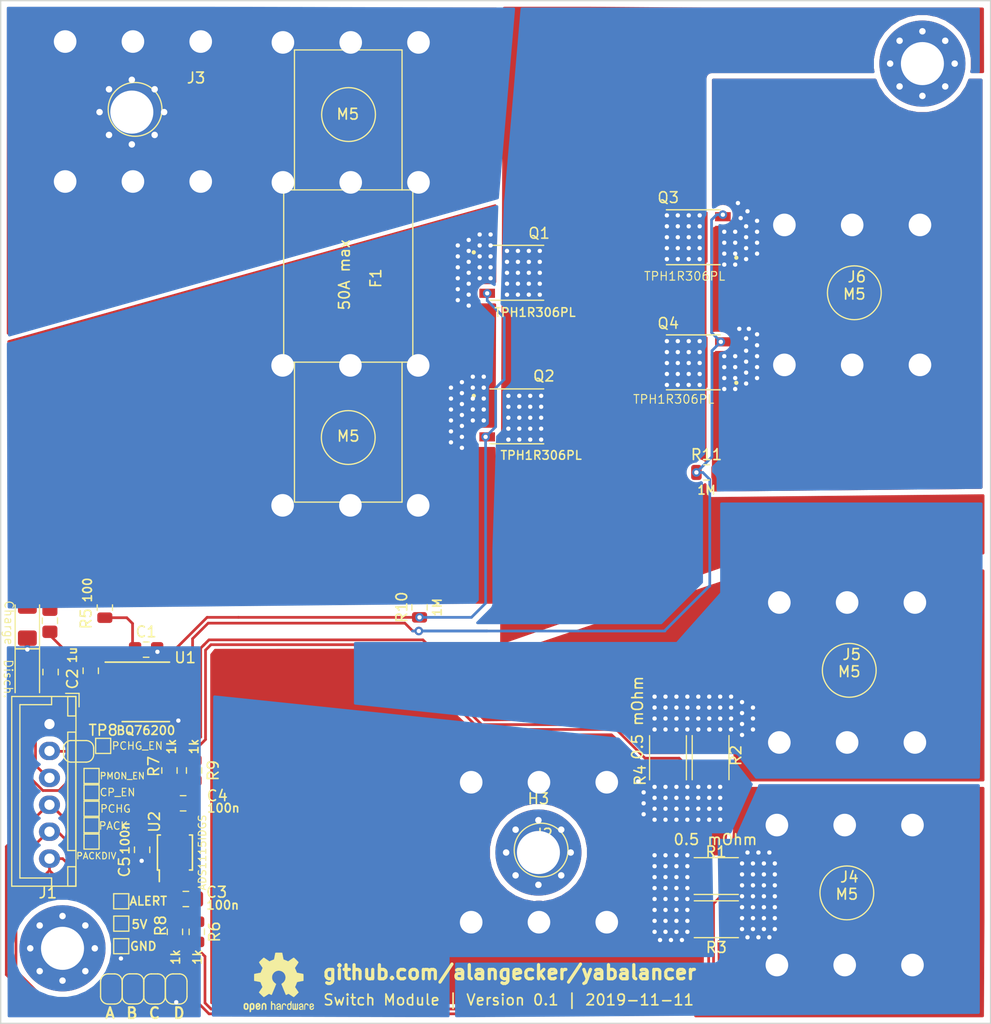
<source format=kicad_pcb>
(kicad_pcb (version 20171130) (host pcbnew 5.1.4)
  (layers (0 F.Cu signal hide) (31 B.Cu signal hide) (34 B.Paste user) (35 F.Paste user) (36 B.SilkS user) (37 F.SilkS user) (38 B.Mask user) (39 F.Mask user) (44 Edge.Cuts user))
  (net 0 "")
  (net 1 GND)
  (net 2 "Net-(C1-Pad1)")
  (net 3 "Net-(C2-Pad1)")
  (net 4 "Net-(C3-Pad2)")
  (net 5 "Net-(C3-Pad1)")
  (net 6 "Net-(C4-Pad2)")
  (net 7 "Net-(C4-Pad1)")
  (net 8 +5V)
  (net 9 /SCL)
  (net 10 /SDA)
  (net 11 /IN_CHG)
  (net 12 /IN_DSG)
  (net 13 "Net-(F1-Pad2)")
  (net 14 "Net-(J4-Pad1)")
  (net 15 "Net-(J5-Pad1)")
  (net 16 /Bat+)
  (net 17 "Net-(TP3-Pad1)")
  (net 18 "Net-(TP4-Pad1)")
  (net 19 "Net-(TP5-Pad1)")
  (net 20 "Net-(J2-Pad1)")
  (net 21 /Switches/Out+)
  (net 22 /ADDR)
  (net 23 /EN_CHG)
  (net 24 "Net-(U1-Pad15)")
  (net 25 "Net-(U1-Pad13)")
  (net 26 /EN_DSG)
  (net 27 "Net-(U1-Pad3)")
  (net 28 "Net-(TP6-Pad1)")
  (net 29 "Net-(Q1-Pad5)")
  (net 30 "Net-(J1-Pad2)")
  (net 31 "Net-(D1-Pad2)")
  (net 32 "Net-(D2-Pad2)")
  (net 33 "Net-(TP7-Pad1)")
  (net 34 "Net-(TP8-Pad1)")
  (net 35 "Net-(TP9-Pad1)")
  (module Capacitor_SMD:C_0805_2012Metric_Pad1.15x1.40mm_HandSolder (layer F.Cu) (at 176.521 100.2792)
    (fp_text reference C1 (at 0 -1.65) (layer F.SilkS))
    (fp_text value "10n 63V")
    (pad 2 smd roundrect (at 1.025 0) (size 1.15 1.4) (layers F.Cu F.Paste F.Mask) (roundrect_rratio 0.217391) (net 1 GND))
    (pad 1 smd roundrect (at -1.025 0) (size 1.15 1.4) (layers F.Cu F.Paste F.Mask) (roundrect_rratio 0.217391) (net 2 "Net-(C1-Pad1)"))
  )
  (module TestPoint:TestPoint_Pad_1.0x1.0mm (layer F.Cu) (at 171.45 115.062)
    (fp_text reference TP9 hide)
    (fp_text value PCHG (at 2.2225 0) (layer F.SilkS) (effects (font (size 0.7 0.7) (thickness 0.1))))
    (pad 1 smd rect (at 0 0) (size 1 1) (layers F.Cu F.Mask) (net 35 "Net-(TP9-Pad1)"))
  )
  (module TestPoint:TestPoint_Pad_1.0x1.0mm (layer F.Cu) (at 172.5295 109.22)
    (fp_text reference TP8 (at 0 -1.448) (layer F.SilkS))
    (fp_text value PCHG_EN (at 3.175 0) (layer F.SilkS) (effects (font (size 0.7 0.7) (thickness 0.1))))
    (pad 1 smd rect (at 0 0) (size 1 1) (layers F.Cu F.Mask) (net 34 "Net-(TP8-Pad1)"))
  )
  (module TestPoint:TestPoint_Pad_1.0x1.0mm (layer F.Cu) (at 171.45 113.538)
    (fp_text reference TP7 hide)
    (fp_text value CP_EN (at 2.413 0) (layer F.SilkS) (effects (font (size 0.7 0.7) (thickness 0.1))))
    (pad 1 smd rect (at 0 0) (size 1 1) (layers F.Cu F.Mask) (net 33 "Net-(TP7-Pad1)"))
  )
  (module Resistor_SMD:R_0805_2012Metric_Pad1.15x1.40mm_HandSolder (layer F.Cu) (at 167.64 102.362 270)
    (fp_text reference R13 hide)
    (fp_text value reserved hide)
    (pad 2 smd roundrect (at 1.025 0 270) (size 1.15 1.4) (layers F.Cu F.Paste F.Mask) (roundrect_rratio 0.217391) (net 32 "Net-(D2-Pad2)"))
    (pad 1 smd roundrect (at -1.025 0 270) (size 1.15 1.4) (layers F.Cu F.Paste F.Mask) (roundrect_rratio 0.217391) (net 12 /IN_DSG))
  )
  (module Resistor_SMD:R_0805_2012Metric_Pad1.15x1.40mm_HandSolder (layer F.Cu) (at 167.5765 97.5995 90)
    (fp_text reference R12 hide)
    (fp_text value reserved hide)
    (pad 2 smd roundrect (at 1.025 0 90) (size 1.15 1.4) (layers F.Cu F.Paste F.Mask) (roundrect_rratio 0.217391) (net 31 "Net-(D1-Pad2)"))
    (pad 1 smd roundrect (at -1.025 0 90) (size 1.15 1.4) (layers F.Cu F.Paste F.Mask) (roundrect_rratio 0.217391) (net 11 /IN_CHG))
  )
  (module LED_SMD:LED_1206_3216Metric_Pad1.42x1.75mm_HandSolder (layer F.Cu) (at 165.481 102.6795 270)
    (fp_text reference D2 hide)
    (fp_text value LED_Small hide)
    (pad 2 smd roundrect (at 1.4875 0 270) (size 1.425 1.75) (layers F.Cu F.Paste F.Mask) (roundrect_rratio 0.175439) (net 32 "Net-(D2-Pad2)"))
    (pad 1 smd roundrect (at -1.4875 0 270) (size 1.425 1.75) (layers F.Cu F.Paste F.Mask) (roundrect_rratio 0.175439) (net 1 GND))
  )
  (module LED_SMD:LED_1206_3216Metric_Pad1.42x1.75mm_HandSolder (layer F.Cu) (at 165.481 97.7265 90)
    (fp_text reference D1 hide)
    (fp_text value LED_Small hide)
    (pad 2 smd roundrect (at 1.4875 0 90) (size 1.425 1.75) (layers F.Cu F.Paste F.Mask) (roundrect_rratio 0.175439) (net 31 "Net-(D1-Pad2)"))
    (pad 1 smd roundrect (at -1.4875 0 90) (size 1.425 1.75) (layers F.Cu F.Paste F.Mask) (roundrect_rratio 0.175439) (net 1 GND))
  )
  (module Jumper:SolderJumper-2_P1.3mm_Bridged2Bar_RoundedPad1.0x1.5mm (layer F.Cu) (at 170.2435 109.728)
    (fp_text reference JP5 hide)
    (fp_text value Jumper_NC_Small)
    (fp_poly (pts (xy -0.25 -0.6) (xy 0.25 -0.6) (xy 0.25 -0.2) (xy -0.25 -0.2)) (layer F.Cu) (width 0))
    (fp_poly (pts (xy -0.25 0.2) (xy 0.25 0.2) (xy 0.25 0.6) (xy -0.25 0.6)) (layer F.Cu) (width 0))
    (pad 1 smd custom (at -0.65 0) (size 1 0.5) (layers F.Cu F.Mask) (net 30 "Net-(J1-Pad2)") (options (clearance outline) (anchor rect)) (primitives (gr_circle (center 0 0.25) (end 0.5 0.25) (width 0)) (gr_circle (center 0 -0.25) (end 0.5 -0.25) (width 0)) (gr_poly (pts (xy 0.5 0.75) (xy 0.5 -0.75) (xy 0 -0.75) (xy 0 0.75)) (width 0))))
    (pad 2 smd custom (at 0.65 0) (size 1 0.5) (layers F.Cu F.Mask) (net 12 /IN_DSG) (options (clearance outline) (anchor rect)) (primitives (gr_circle (center 0 0.25) (end 0.5 0.25) (width 0)) (gr_circle (center 0 -0.25) (end 0.5 -0.25) (width 0)) (gr_poly (pts (xy -0.5 0.75) (xy -0.5 -0.75) (xy 0 -0.75) (xy 0 0.75)) (width 0))))
  )
  (module Symbol:OSHW-Logo2_7.3x6mm_SilkScreen (layer F.Cu) (at 188.849 131.191)
    (fp_text reference REF** hide)
    (fp_text value OSHW-Logo2_7.3x6mm_SilkScreen hide)
  )
  (module Jumper:SolderJumper-2_P1.3mm_Bridged_RoundedPad1.0x1.5mm (layer F.Cu) (at 179.31892 131.8006 270)
    (fp_text reference JP4 hide)
    (fp_text value Jumper hide)
    (fp_poly (pts (xy 0.25 -0.3) (xy -0.25 -0.3) (xy -0.25 0.3) (xy 0.25 0.3)) (layer F.Cu) (width 0))
    (pad 1 smd custom (at -0.65 0 270) (size 1 0.5) (layers F.Cu F.Mask) (net 22 /ADDR) (options (clearance outline) (anchor rect)) (primitives (gr_circle (center 0 0.25) (end 0.5 0.25) (width 0)) (gr_circle (center 0 -0.25) (end 0.5 -0.25) (width 0)) (gr_poly (pts (xy 0 -0.75) (xy 0.5 -0.75) (xy 0.5 0.75) (xy 0 0.75)) (width 0))))
    (pad 2 smd custom (at 0.65 0 270) (size 1 0.5) (layers F.Cu F.Mask) (net 1 GND) (options (clearance outline) (anchor rect)) (primitives (gr_circle (center 0 0.25) (end 0.5 0.25) (width 0)) (gr_circle (center 0 -0.25) (end 0.5 -0.25) (width 0)) (gr_poly (pts (xy 0 -0.75) (xy -0.5 -0.75) (xy -0.5 0.75) (xy 0 0.75)) (width 0))))
  )
  (module MountingHole:MountingHole_4mm_Pad_Via (layer F.Cu) (at 248.666 45.847)
    (fp_text reference H4 hide)
    (fp_text value MountingHole)
    (pad 1 thru_hole circle (at 0 0) (size 8 8) (drill 4) (layers *.Cu *.Mask))
    (pad 1 thru_hole circle (at 3 0) (size 0.9 0.9) (drill 0.6) (layers *.Cu *.Mask))
    (pad 1 thru_hole circle (at 2.12132 2.12132) (size 0.9 0.9) (drill 0.6) (layers *.Cu *.Mask))
    (pad 1 thru_hole circle (at 0 3) (size 0.9 0.9) (drill 0.6) (layers *.Cu *.Mask))
    (pad 1 thru_hole circle (at -2.12132 2.12132) (size 0.9 0.9) (drill 0.6) (layers *.Cu *.Mask))
    (pad 1 thru_hole circle (at -3 0) (size 0.9 0.9) (drill 0.6) (layers *.Cu *.Mask))
    (pad 1 thru_hole circle (at -2.12132 -2.12132) (size 0.9 0.9) (drill 0.6) (layers *.Cu *.Mask))
    (pad 1 thru_hole circle (at 0 -3) (size 0.9 0.9) (drill 0.6) (layers *.Cu *.Mask))
    (pad 1 thru_hole circle (at 2.12132 -2.12132) (size 0.9 0.9) (drill 0.6) (layers *.Cu *.Mask))
  )
  (module MountingHole:MountingHole_4mm_Pad_Via (layer F.Cu) (at 212.979 119.126)
    (fp_text reference H3 (at 0 -5) (layer F.SilkS))
    (fp_text value MountingHole)
    (pad 1 thru_hole circle (at 0 0) (size 8 8) (drill 4) (layers *.Cu *.Mask))
    (pad 1 thru_hole circle (at 3 0) (size 0.9 0.9) (drill 0.6) (layers *.Cu *.Mask))
    (pad 1 thru_hole circle (at 2.12132 2.12132) (size 0.9 0.9) (drill 0.6) (layers *.Cu *.Mask))
    (pad 1 thru_hole circle (at 0 3) (size 0.9 0.9) (drill 0.6) (layers *.Cu *.Mask))
    (pad 1 thru_hole circle (at -2.12132 2.12132) (size 0.9 0.9) (drill 0.6) (layers *.Cu *.Mask))
    (pad 1 thru_hole circle (at -3 0) (size 0.9 0.9) (drill 0.6) (layers *.Cu *.Mask))
    (pad 1 thru_hole circle (at -2.12132 -2.12132) (size 0.9 0.9) (drill 0.6) (layers *.Cu *.Mask))
    (pad 1 thru_hole circle (at 0 -3) (size 0.9 0.9) (drill 0.6) (layers *.Cu *.Mask))
    (pad 1 thru_hole circle (at 2.12132 -2.12132) (size 0.9 0.9) (drill 0.6) (layers *.Cu *.Mask))
  )
  (module MountingHole:MountingHole_4mm_Pad_Via (layer F.Cu) (at 168.7504 128.02404)
    (fp_text reference H2 hide)
    (fp_text value MountingHole)
    (pad 1 thru_hole circle (at 2.12132 -2.12132) (size 0.9 0.9) (drill 0.6) (layers *.Cu *.Mask))
    (pad 1 thru_hole circle (at 0 -3) (size 0.9 0.9) (drill 0.6) (layers *.Cu *.Mask))
    (pad 1 thru_hole circle (at -2.12132 -2.12132) (size 0.9 0.9) (drill 0.6) (layers *.Cu *.Mask))
    (pad 1 thru_hole circle (at -3 0) (size 0.9 0.9) (drill 0.6) (layers *.Cu *.Mask))
    (pad 1 thru_hole circle (at -2.12132 2.12132) (size 0.9 0.9) (drill 0.6) (layers *.Cu *.Mask))
    (pad 1 thru_hole circle (at 0 3) (size 0.9 0.9) (drill 0.6) (layers *.Cu *.Mask))
    (pad 1 thru_hole circle (at 2.12132 2.12132) (size 0.9 0.9) (drill 0.6) (layers *.Cu *.Mask))
    (pad 1 thru_hole circle (at 3 0) (size 0.9 0.9) (drill 0.6) (layers *.Cu *.Mask))
    (pad 1 thru_hole circle (at 0 0) (size 8 8) (drill 4) (layers *.Cu *.Mask))
  )
  (module MountingHole:MountingHole_4mm_Pad_Via (layer F.Cu) (at 175.19168 50.35296)
    (fp_text reference H1 hide)
    (fp_text value MountingHole)
    (pad 1 thru_hole circle (at 2.12132 -2.12132) (size 0.9 0.9) (drill 0.6) (layers *.Cu *.Mask) (net 13 "Net-(F1-Pad2)"))
    (pad 1 thru_hole circle (at 0 -3) (size 0.9 0.9) (drill 0.6) (layers *.Cu *.Mask) (net 13 "Net-(F1-Pad2)"))
    (pad 1 thru_hole circle (at -2.12132 -2.12132) (size 0.9 0.9) (drill 0.6) (layers *.Cu *.Mask) (net 13 "Net-(F1-Pad2)"))
    (pad 1 thru_hole circle (at -3 0) (size 0.9 0.9) (drill 0.6) (layers *.Cu *.Mask) (net 13 "Net-(F1-Pad2)"))
    (pad 1 thru_hole circle (at -2.12132 2.12132) (size 0.9 0.9) (drill 0.6) (layers *.Cu *.Mask) (net 13 "Net-(F1-Pad2)"))
    (pad 1 thru_hole circle (at 0 3) (size 0.9 0.9) (drill 0.6) (layers *.Cu *.Mask) (net 13 "Net-(F1-Pad2)"))
    (pad 1 thru_hole circle (at 2.12132 2.12132) (size 0.9 0.9) (drill 0.6) (layers *.Cu *.Mask) (net 13 "Net-(F1-Pad2)"))
    (pad 1 thru_hole circle (at 3 0) (size 0.9 0.9) (drill 0.6) (layers *.Cu *.Mask) (net 13 "Net-(F1-Pad2)"))
    (pad 1 thru_hole circle (at 0 0) (size 8 8) (drill 4) (layers *.Cu *.Mask) (net 13 "Net-(F1-Pad2)"))
  )
  (module Resistor_SMD:R_2512_6332Metric_Pad1.52x3.35mm_HandSolder (layer F.Cu) (at 225.0186 110.3219 270)
    (fp_text reference R4 (at 1.6286 2.5781 90) (layer F.SilkS))
    (fp_text value CSR2512C0R001F)
    (pad 1 smd roundrect (at -2.9875 0 270) (size 1.525 3.35) (layers F.Cu F.Paste F.Mask) (roundrect_rratio 0.163934) (net 15 "Net-(J5-Pad1)"))
    (pad 2 smd roundrect (at 2.9875 0 270) (size 1.525 3.35) (layers F.Cu F.Paste F.Mask) (roundrect_rratio 0.163934) (net 20 "Net-(J2-Pad1)"))
  )
  (module Resistor_SMD:R_2512_6332Metric_Pad1.52x3.35mm_HandSolder (layer F.Cu) (at 229.5144 125.3236 180)
    (fp_text reference R3 (at 0 -2.62) (layer F.SilkS))
    (fp_text value CSR2512C0R001F)
    (pad 2 smd roundrect (at 2.9875 0 180) (size 1.525 3.35) (layers F.Cu F.Paste F.Mask) (roundrect_rratio 0.163934) (net 20 "Net-(J2-Pad1)"))
    (pad 1 smd roundrect (at -2.9875 0 180) (size 1.525 3.35) (layers F.Cu F.Paste F.Mask) (roundrect_rratio 0.163934) (net 14 "Net-(J4-Pad1)"))
  )
  (module "sop advaned:TRANS_TPHR8504PL,L1Q" (layer F.Cu) (at 227.372 73.5965 180)
    (fp_text reference Q4 (at 2.328 3.6195) (layer F.SilkS) (effects (font (thickness 0.14))))
    (fp_text value TPH1R306PL (at 1.82 -3.429) (layer F.SilkS) (effects (font (size 0.8 0.8) (thickness 0.1))))
    (pad 1 smd rect (at -2.75 -1.905 180) (size 1.45 0.85) (layers F.Cu F.Paste F.Mask) (net 21 /Switches/Out+))
    (pad 2 smd rect (at -2.75 -0.635 180) (size 1.45 0.85) (layers F.Cu F.Paste F.Mask) (net 21 /Switches/Out+))
    (pad 3 smd rect (at -2.75 0.635 180) (size 1.45 0.85) (layers F.Cu F.Paste F.Mask) (net 21 /Switches/Out+))
    (pad 4 smd rect (at -2.75 1.905 180) (size 1.45 0.85) (layers F.Cu F.Paste F.Mask) (net 26 /EN_DSG))
    (pad 5 smd rect (at 2.95 1.905 180) (size 1.05 0.85) (layers F.Cu F.Paste F.Mask) (net 29 "Net-(Q1-Pad5)"))
    (pad 6 smd rect (at 2.95 0.635 180) (size 1.05 0.85) (layers F.Cu F.Paste F.Mask) (net 29 "Net-(Q1-Pad5)"))
    (pad 7 smd rect (at 2.95 -0.635 180) (size 1.05 0.85) (layers F.Cu F.Paste F.Mask) (net 29 "Net-(Q1-Pad5)"))
    (pad 8 smd rect (at 2.95 -1.905 180) (size 1.05 0.85) (layers F.Cu F.Paste F.Mask) (net 29 "Net-(Q1-Pad5)"))
    (pad 9 smd rect (at 0.55 0 180) (size 3.75 4.7) (layers F.Cu F.Paste F.Mask) (net 29 "Net-(Q1-Pad5)"))
  )
  (module "sop advaned:TRANS_TPHR8504PL,L1Q" (layer F.Cu) (at 227.372 61.976 180)
    (fp_text reference Q3 (at 2.328 3.683) (layer F.SilkS) (effects (font (thickness 0.14))))
    (fp_text value TPH1R306PL (at 0.804 -3.6195) (layer F.SilkS) (effects (font (size 0.8 0.8) (thickness 0.1))))
    (pad 9 smd rect (at 0.55 0 180) (size 3.75 4.7) (layers F.Cu F.Paste F.Mask) (net 29 "Net-(Q1-Pad5)"))
    (pad 8 smd rect (at 2.95 -1.905 180) (size 1.05 0.85) (layers F.Cu F.Paste F.Mask) (net 29 "Net-(Q1-Pad5)"))
    (pad 7 smd rect (at 2.95 -0.635 180) (size 1.05 0.85) (layers F.Cu F.Paste F.Mask) (net 29 "Net-(Q1-Pad5)"))
    (pad 6 smd rect (at 2.95 0.635 180) (size 1.05 0.85) (layers F.Cu F.Paste F.Mask) (net 29 "Net-(Q1-Pad5)"))
    (pad 5 smd rect (at 2.95 1.905 180) (size 1.05 0.85) (layers F.Cu F.Paste F.Mask) (net 29 "Net-(Q1-Pad5)"))
    (pad 4 smd rect (at -2.75 1.905 180) (size 1.45 0.85) (layers F.Cu F.Paste F.Mask) (net 26 /EN_DSG))
    (pad 3 smd rect (at -2.75 0.635 180) (size 1.45 0.85) (layers F.Cu F.Paste F.Mask) (net 21 /Switches/Out+))
    (pad 2 smd rect (at -2.75 -0.635 180) (size 1.45 0.85) (layers F.Cu F.Paste F.Mask) (net 21 /Switches/Out+))
    (pad 1 smd rect (at -2.75 -1.905 180) (size 1.45 0.85) (layers F.Cu F.Paste F.Mask) (net 21 /Switches/Out+))
  )
  (module "sop advaned:TRANS_TPHR8504PL,L1Q" (layer F.Cu) (at 210.9685 78.613)
    (fp_text reference Q2 (at 2.5185 -3.7465) (layer F.SilkS))
    (fp_text value TPH1R306PL (at 2.2645 3.6195) (layer F.SilkS) (effects (font (size 0.8 0.8) (thickness 0.14))))
    (pad 1 smd rect (at -2.75 -1.905) (size 1.45 0.85) (layers F.Cu F.Paste F.Mask) (net 16 /Bat+))
    (pad 2 smd rect (at -2.75 -0.635) (size 1.45 0.85) (layers F.Cu F.Paste F.Mask) (net 16 /Bat+))
    (pad 3 smd rect (at -2.75 0.635) (size 1.45 0.85) (layers F.Cu F.Paste F.Mask) (net 16 /Bat+))
    (pad 4 smd rect (at -2.75 1.905) (size 1.45 0.85) (layers F.Cu F.Paste F.Mask) (net 23 /EN_CHG))
    (pad 5 smd rect (at 2.95 1.905) (size 1.05 0.85) (layers F.Cu F.Paste F.Mask) (net 29 "Net-(Q1-Pad5)"))
    (pad 6 smd rect (at 2.95 0.635) (size 1.05 0.85) (layers F.Cu F.Paste F.Mask) (net 29 "Net-(Q1-Pad5)"))
    (pad 7 smd rect (at 2.95 -0.635) (size 1.05 0.85) (layers F.Cu F.Paste F.Mask) (net 29 "Net-(Q1-Pad5)"))
    (pad 8 smd rect (at 2.95 -1.905) (size 1.05 0.85) (layers F.Cu F.Paste F.Mask) (net 29 "Net-(Q1-Pad5)"))
    (pad 9 smd rect (at 0.55 0) (size 3.75 4.7) (layers F.Cu F.Paste F.Mask) (net 29 "Net-(Q1-Pad5)"))
  )
  (module "sop advaned:TRANS_TPHR8504PL,L1Q" (layer F.Cu) (at 210.9685 65.278)
    (fp_text reference Q1 (at 2.074 -3.6714) (layer F.SilkS) (effects (font (thickness 0.14))))
    (fp_text value TPH1R306PL (at 1.693 3.683) (layer F.SilkS) (effects (font (size 0.8 0.8) (thickness 0.14))))
    (pad 9 smd rect (at 0.55 0) (size 3.75 4.7) (layers F.Cu F.Paste F.Mask) (net 29 "Net-(Q1-Pad5)"))
    (pad 8 smd rect (at 2.95 -1.905) (size 1.05 0.85) (layers F.Cu F.Paste F.Mask) (net 29 "Net-(Q1-Pad5)"))
    (pad 7 smd rect (at 2.95 -0.635) (size 1.05 0.85) (layers F.Cu F.Paste F.Mask) (net 29 "Net-(Q1-Pad5)"))
    (pad 6 smd rect (at 2.95 0.635) (size 1.05 0.85) (layers F.Cu F.Paste F.Mask) (net 29 "Net-(Q1-Pad5)"))
    (pad 5 smd rect (at 2.95 1.905) (size 1.05 0.85) (layers F.Cu F.Paste F.Mask) (net 29 "Net-(Q1-Pad5)"))
    (pad 4 smd rect (at -2.75 1.905) (size 1.45 0.85) (layers F.Cu F.Paste F.Mask) (net 23 /EN_CHG))
    (pad 3 smd rect (at -2.75 0.635) (size 1.45 0.85) (layers F.Cu F.Paste F.Mask) (net 16 /Bat+))
    (pad 2 smd rect (at -2.75 -0.635) (size 1.45 0.85) (layers F.Cu F.Paste F.Mask) (net 16 /Bat+))
    (pad 1 smd rect (at -2.75 -1.905) (size 1.45 0.85) (layers F.Cu F.Paste F.Mask) (net 16 /Bat+))
  )
  (module TestPoint:TestPoint_Pad_1.0x1.0mm (layer F.Cu) (at 174.2059 123.65482)
    (fp_text reference TP6 hide)
    (fp_text value ALERT (at 2.5146 -0.02032) (layer F.SilkS) (effects (font (size 0.8 0.8))))
    (pad 1 smd rect (at 0 0) (size 1 1) (layers F.Cu F.Mask) (net 28 "Net-(TP6-Pad1)"))
  )
  (module Connector_JST:JST_XH_B6B-XH-A_1x06_P2.50mm_Vertical (layer F.Cu) (at 167.5384 107.19308 270)
    (fp_text reference J1 (at 15.67942 0.1524) (layer F.SilkS))
    (fp_text value Connector)
    (pad 6 thru_hole oval (at 12.5 0 270) (size 1.7 1.95) (drill 0.95) (layers *.Cu *.Mask) (net 8 +5V))
    (pad 5 thru_hole oval (at 10 0 270) (size 1.7 1.95) (drill 0.95) (layers *.Cu *.Mask) (net 9 /SCL))
    (pad 4 thru_hole oval (at 7.5 0 270) (size 1.7 1.95) (drill 0.95) (layers *.Cu *.Mask) (net 10 /SDA))
    (pad 3 thru_hole oval (at 5 0 270) (size 1.7 1.95) (drill 0.95) (layers *.Cu *.Mask) (net 11 /IN_CHG))
    (pad 2 thru_hole oval (at 2.5 0 270) (size 1.7 1.95) (drill 0.95) (layers *.Cu *.Mask) (net 30 "Net-(J1-Pad2)"))
    (pad 1 thru_hole roundrect (at 0 0 270) (size 1.7 1.95) (drill 0.95) (layers *.Cu *.Mask) (roundrect_rratio 0.147059) (net 1 GND))
  )
  (module Resistor_SMD:R_0805_2012Metric (layer F.Cu) (at 228.6 83.82)
    (fp_text reference R11 (at 0 -1.65) (layer F.SilkS))
    (fp_text value 1M (at 0 1.65) (layer F.SilkS) (effects (font (size 0.8 0.8))))
    (pad 2 smd roundrect (at 0.9375 0) (size 0.975 1.4) (layers F.Cu F.Paste F.Mask) (net 21 /Switches/Out+))
    (pad 1 smd roundrect (at -0.9375 0) (size 0.975 1.4) (layers F.Cu F.Paste F.Mask) (net 26 /EN_DSG))
  )
  (module Resistor_SMD:R_0805_2012Metric (layer F.Cu) (at 201.93 96.3445 90)
    (fp_text reference R10 (at 0 -1.65 90) (layer F.SilkS))
    (fp_text value 1M (at 0 1.65 90) (layer F.SilkS) (effects (font (size 0.8 0.8))))
    (pad 2 smd roundrect (at 0.9375 0 90) (size 0.975 1.4) (layers F.Cu F.Paste F.Mask) (net 16 /Bat+))
    (pad 1 smd roundrect (at -0.9375 0 90) (size 0.975 1.4) (layers F.Cu F.Paste F.Mask) (net 23 /EN_CHG))
  )
  (module Package_SO:TSSOP-16_4.4x5mm_P0.65mm (layer F.Cu) (at 176.49444 104.2416)
    (fp_text reference U1 (at 3.65506 -3.2131) (layer F.SilkS))
    (fp_text value BQ76200 (at 0 3.55) (layer F.SilkS) (effects (font (size 0.8 0.8))))
    (pad 16 smd rect (at 2.95 -2.275) (size 1.5 0.45) (layers F.Cu F.Paste F.Mask) (net 23 /EN_CHG))
    (pad 15 smd rect (at 2.95 -1.625) (size 1.5 0.45) (layers F.Cu F.Paste F.Mask) (net 24 "Net-(U1-Pad15)"))
    (pad 14 smd rect (at 2.95 -0.975) (size 1.5 0.45) (layers F.Cu F.Paste F.Mask) (net 35 "Net-(TP9-Pad1)"))
    (pad 13 smd rect (at 2.95 -0.325) (size 1.5 0.45) (layers F.Cu F.Paste F.Mask) (net 25 "Net-(U1-Pad13)"))
    (pad 12 smd rect (at 2.95 0.325) (size 1.5 0.45) (layers F.Cu F.Paste F.Mask) (net 26 /EN_DSG))
    (pad 11 smd rect (at 2.95 0.975) (size 1.5 0.45) (layers F.Cu F.Paste F.Mask) (net 19 "Net-(TP5-Pad1)"))
    (pad 10 smd rect (at 2.95 1.625) (size 1.5 0.45) (layers F.Cu F.Paste F.Mask) (net 18 "Net-(TP4-Pad1)"))
    (pad 9 smd rect (at 2.95 2.275) (size 1.5 0.45) (layers F.Cu F.Paste F.Mask) (net 1 GND))
    (pad 8 smd rect (at -2.95 2.275) (size 1.5 0.45) (layers F.Cu F.Paste F.Mask) (net 34 "Net-(TP8-Pad1)"))
    (pad 7 smd rect (at -2.95 1.625) (size 1.5 0.45) (layers F.Cu F.Paste F.Mask) (net 17 "Net-(TP3-Pad1)"))
    (pad 6 smd rect (at -2.95 0.975) (size 1.5 0.45) (layers F.Cu F.Paste F.Mask) (net 12 /IN_DSG))
    (pad 5 smd rect (at -2.95 0.325) (size 1.5 0.45) (layers F.Cu F.Paste F.Mask) (net 33 "Net-(TP7-Pad1)"))
    (pad 4 smd rect (at -2.95 -0.325) (size 1.5 0.45) (layers F.Cu F.Paste F.Mask) (net 11 /IN_CHG))
    (pad 3 smd rect (at -2.95 -0.975) (size 1.5 0.45) (layers F.Cu F.Paste F.Mask) (net 27 "Net-(U1-Pad3)"))
    (pad 2 smd rect (at -2.95 -1.625) (size 1.5 0.45) (layers F.Cu F.Paste F.Mask) (net 2 "Net-(C1-Pad1)"))
    (pad 1 smd rect (at -2.95 -2.275) (size 1.5 0.45) (layers F.Cu F.Paste F.Mask) (net 3 "Net-(C2-Pad1)"))
  )
  (module shunt-board:midiFuseHolder (layer F.Cu) (at 195.30568 80.57896 90)
    (fp_text reference F1 (at 14.79296 2.56032 90) (layer F.SilkS))
    (fp_text value 50A)
    (fp_text user M5 (at 0.127 0) (layer F.SilkS))
    (fp_text user M5 (at 30.03296 -0.04318) (layer F.SilkS))
    (pad 1 thru_hole circle (at -6.3 6.5 180) (size 4 4) (drill oval 2.1) (layers *.Cu *.Mask) (net 16 /Bat+))
    (pad 1 thru_hole circle (at -6.3 -6.1 180) (size 4 4) (drill oval 2.1) (layers *.Cu *.Mask) (net 16 /Bat+))
    (pad 1 thru_hole circle (at -6.3 0.2 180) (size 4 4) (drill oval 2.1) (layers *.Cu *.Mask) (net 16 /Bat+))
    (pad 1 thru_hole circle (at 6.7 -6.1 180) (size 4 4) (drill oval 2.1) (layers *.Cu *.Mask) (net 16 /Bat+))
    (pad 1 thru_hole circle (at 6.7 0.2 180) (size 4 4) (drill oval 2.1) (layers *.Cu *.Mask) (net 16 /Bat+))
    (pad 1 thru_hole circle (at 6.7 6.5 180) (size 4 4) (drill oval 2.1) (layers *.Cu *.Mask) (net 16 /Bat+))
    (pad 2 thru_hole circle (at 23.7 6.528 180) (size 4 4) (drill oval 2.1) (layers *.Cu *.Mask) (net 13 "Net-(F1-Pad2)"))
    (pad 2 thru_hole circle (at 36.7 6.528 180) (size 4 4) (drill oval 2.1) (layers *.Cu *.Mask) (net 13 "Net-(F1-Pad2)"))
    (pad 2 thru_hole circle (at 36.7 0.228 180) (size 4 4) (drill oval 2.1) (layers *.Cu *.Mask) (net 13 "Net-(F1-Pad2)"))
    (pad 2 thru_hole circle (at 36.7 -6.072 180) (size 4 4) (drill oval 2.1) (layers *.Cu *.Mask) (net 13 "Net-(F1-Pad2)"))
    (pad 2 thru_hole circle (at 23.7 0.228 180) (size 4 4) (drill oval 2.1) (layers *.Cu *.Mask) (net 13 "Net-(F1-Pad2)"))
    (pad 2 thru_hole circle (at 23.7 -6.072 180) (size 4 4) (drill oval 2.1) (layers *.Cu *.Mask) (net 13 "Net-(F1-Pad2)"))
  )
  (module shunt-board:M5_screw_terminal (layer F.Cu) (at 175.49368 50.09896)
    (fp_text reference J3 (at 5.67182 -2.91846) (layer F.SilkS))
    (fp_text value BAT+)
    (fp_text user M5 (at 0 0.127) (layer F.SilkS))
    (pad 1 thru_hole circle (at -6.5 6.7) (size 4 4) (drill oval 2.1) (layers *.Cu *.Mask) (net 13 "Net-(F1-Pad2)"))
    (pad 1 thru_hole circle (at -0.2 6.7) (size 4 4) (drill oval 2.1) (layers *.Cu *.Mask) (net 13 "Net-(F1-Pad2)"))
    (pad 1 thru_hole circle (at 6.1 6.7) (size 4 4) (drill oval 2.1) (layers *.Cu *.Mask) (net 13 "Net-(F1-Pad2)"))
    (pad 1 thru_hole circle (at -0.2 -6.3) (size 4 4) (drill oval 2.1) (layers *.Cu *.Mask) (net 13 "Net-(F1-Pad2)"))
    (pad 1 thru_hole circle (at 6.1 -6.3) (size 4 4) (drill oval 2.1) (layers *.Cu *.Mask) (net 13 "Net-(F1-Pad2)"))
    (pad 1 thru_hole circle (at -6.5 -6.3) (size 4 4) (drill oval 2.1) (layers *.Cu *.Mask) (net 13 "Net-(F1-Pad2)"))
  )
  (module Jumper:SolderJumper-2_P1.3mm_Bridged_RoundedPad1.0x1.5mm (layer F.Cu) (at 173.28896 131.80036 270)
    (fp_text reference JP3 hide)
    (fp_text value Jumper hide)
    (fp_poly (pts (xy 0.25 -0.3) (xy -0.25 -0.3) (xy -0.25 0.3) (xy 0.25 0.3)) (layer F.Cu) (width 0))
    (pad 1 smd custom (at -0.65 0 270) (size 1 0.5) (layers F.Cu F.Mask) (net 22 /ADDR) (options (clearance outline) (anchor rect)) (primitives (gr_circle (center 0 0.25) (end 0.5 0.25) (width 0)) (gr_circle (center 0 -0.25) (end 0.5 -0.25) (width 0)) (gr_poly (pts (xy 0 -0.75) (xy 0.5 -0.75) (xy 0.5 0.75) (xy 0 0.75)) (width 0))))
    (pad 2 smd custom (at 0.65 0 270) (size 1 0.5) (layers F.Cu F.Mask) (net 8 +5V) (options (clearance outline) (anchor rect)) (primitives (gr_circle (center 0 0.25) (end 0.5 0.25) (width 0)) (gr_circle (center 0 -0.25) (end 0.5 -0.25) (width 0)) (gr_poly (pts (xy 0 -0.75) (xy -0.5 -0.75) (xy -0.5 0.75) (xy 0 0.75)) (width 0))))
  )
  (module Jumper:SolderJumper-2_P1.3mm_Open_RoundedPad1.0x1.5mm (layer F.Cu) (at 175.30064 131.79552 270)
    (fp_text reference JP2 hide)
    (fp_text value Jumper hide)
    (pad 2 smd custom (at 0.65 0 270) (size 1 0.5) (layers F.Cu F.Mask) (net 9 /SCL) (options (clearance outline) (anchor rect)) (primitives (gr_circle (center 0 0.25) (end 0.5 0.25) (width 0)) (gr_circle (center 0 -0.25) (end 0.5 -0.25) (width 0)) (gr_poly (pts (xy 0 -0.75) (xy -0.5 -0.75) (xy -0.5 0.75) (xy 0 0.75)) (width 0))))
    (pad 1 smd custom (at -0.65 0 270) (size 1 0.5) (layers F.Cu F.Mask) (net 22 /ADDR) (options (clearance outline) (anchor rect)) (primitives (gr_circle (center 0 0.25) (end 0.5 0.25) (width 0)) (gr_circle (center 0 -0.25) (end 0.5 -0.25) (width 0)) (gr_poly (pts (xy 0 -0.75) (xy 0.5 -0.75) (xy 0.5 0.75) (xy 0 0.75)) (width 0))))
  )
  (module Jumper:SolderJumper-2_P1.3mm_Open_RoundedPad1.0x1.5mm (layer F.Cu) (at 177.30216 131.8006 270)
    (fp_text reference JP1 hide)
    (fp_text value Jumper hide)
    (pad 2 smd custom (at 0.65 0 270) (size 1 0.5) (layers F.Cu F.Mask) (net 10 /SDA) (options (clearance outline) (anchor rect)) (primitives (gr_circle (center 0 0.25) (end 0.5 0.25) (width 0)) (gr_circle (center 0 -0.25) (end 0.5 -0.25) (width 0)) (gr_poly (pts (xy 0 -0.75) (xy -0.5 -0.75) (xy -0.5 0.75) (xy 0 0.75)) (width 0))))
    (pad 1 smd custom (at -0.65 0 270) (size 1 0.5) (layers F.Cu F.Mask) (net 22 /ADDR) (options (clearance outline) (anchor rect)) (primitives (gr_circle (center 0 0.25) (end 0.5 0.25) (width 0)) (gr_circle (center 0 -0.25) (end 0.5 -0.25) (width 0)) (gr_poly (pts (xy 0 -0.75) (xy 0.5 -0.75) (xy 0.5 0.75) (xy 0 0.75)) (width 0))))
  )
  (module shunt-board:M5_screw_terminal (layer F.Cu) (at 242.339 67.133)
    (fp_text reference J6 (at 0.231 -1.474) (layer F.SilkS))
    (fp_text value OUT+)
    (fp_text user M5 (at 0 0.127) (layer F.SilkS))
    (pad 1 thru_hole circle (at -6.5 6.7) (size 4 4) (drill oval 2.1) (layers *.Cu *.Mask) (net 21 /Switches/Out+))
    (pad 1 thru_hole circle (at -0.2 6.7) (size 4 4) (drill oval 2.1) (layers *.Cu *.Mask) (net 21 /Switches/Out+))
    (pad 1 thru_hole circle (at 6.1 6.7) (size 4 4) (drill oval 2.1) (layers *.Cu *.Mask) (net 21 /Switches/Out+))
    (pad 1 thru_hole circle (at -0.2 -6.3) (size 4 4) (drill oval 2.1) (layers *.Cu *.Mask) (net 21 /Switches/Out+))
    (pad 1 thru_hole circle (at 6.1 -6.3) (size 4 4) (drill oval 2.1) (layers *.Cu *.Mask) (net 21 /Switches/Out+))
    (pad 1 thru_hole circle (at -6.5 -6.3) (size 4 4) (drill oval 2.1) (layers *.Cu *.Mask) (net 21 /Switches/Out+))
  )
  (module Resistor_SMD:R_2512_6332Metric_Pad1.52x3.35mm_HandSolder (layer F.Cu) (at 229.5047 121.3104 180)
    (fp_text reference R1 (at 0.0157 2.2479) (layer F.SilkS))
    (fp_text value reserved)
    (pad 2 smd roundrect (at 2.9875 0 180) (size 1.525 3.35) (layers F.Cu F.Paste F.Mask) (roundrect_rratio 0.163934) (net 20 "Net-(J2-Pad1)"))
    (pad 1 smd roundrect (at -2.9875 0 180) (size 1.525 3.35) (layers F.Cu F.Paste F.Mask) (roundrect_rratio 0.163934) (net 14 "Net-(J4-Pad1)"))
  )
  (module shunt-board:M5_screw_terminal (layer F.Cu) (at 241.8675 102.2025)
    (fp_text reference J5 (at 0.231 -1.474) (layer F.SilkS))
    (fp_text value L-)
    (fp_text user M5 (at 0 0.127) (layer F.SilkS))
    (pad 1 thru_hole circle (at -6.5 6.7) (size 4 4) (drill oval 2.1) (layers *.Cu *.Mask) (net 15 "Net-(J5-Pad1)"))
    (pad 1 thru_hole circle (at -0.2 6.7) (size 4 4) (drill oval 2.1) (layers *.Cu *.Mask) (net 15 "Net-(J5-Pad1)"))
    (pad 1 thru_hole circle (at 6.1 6.7) (size 4 4) (drill oval 2.1) (layers *.Cu *.Mask) (net 15 "Net-(J5-Pad1)"))
    (pad 1 thru_hole circle (at -0.2 -6.3) (size 4 4) (drill oval 2.1) (layers *.Cu *.Mask) (net 15 "Net-(J5-Pad1)"))
    (pad 1 thru_hole circle (at 6.1 -6.3) (size 4 4) (drill oval 2.1) (layers *.Cu *.Mask) (net 15 "Net-(J5-Pad1)"))
    (pad 1 thru_hole circle (at -6.5 -6.3) (size 4 4) (drill oval 2.1) (layers *.Cu *.Mask) (net 15 "Net-(J5-Pad1)"))
  )
  (module shunt-board:M5_screw_terminal (layer F.Cu) (at 241.643 122.8755)
    (fp_text reference J4 (at 0.231 -1.474) (layer F.SilkS))
    (fp_text value C-)
    (fp_text user M5 (at 0 0.127) (layer F.SilkS))
    (pad 1 thru_hole circle (at -6.5 6.7) (size 4 4) (drill oval 2.1) (layers *.Cu *.Mask) (net 14 "Net-(J4-Pad1)"))
    (pad 1 thru_hole circle (at -0.2 6.7) (size 4 4) (drill oval 2.1) (layers *.Cu *.Mask) (net 14 "Net-(J4-Pad1)"))
    (pad 1 thru_hole circle (at 6.1 6.7) (size 4 4) (drill oval 2.1) (layers *.Cu *.Mask) (net 14 "Net-(J4-Pad1)"))
    (pad 1 thru_hole circle (at -0.2 -6.3) (size 4 4) (drill oval 2.1) (layers *.Cu *.Mask) (net 14 "Net-(J4-Pad1)"))
    (pad 1 thru_hole circle (at 6.1 -6.3) (size 4 4) (drill oval 2.1) (layers *.Cu *.Mask) (net 14 "Net-(J4-Pad1)"))
    (pad 1 thru_hole circle (at -6.5 -6.3) (size 4 4) (drill oval 2.1) (layers *.Cu *.Mask) (net 14 "Net-(J4-Pad1)"))
  )
  (module shunt-board:M5_screw_terminal (layer F.Cu) (at 213.2298 118.8982)
    (fp_text reference J2 (at 0.231 -1.474) (layer F.SilkS))
    (fp_text value BAT-)
    (fp_text user M5 (at 0 0.127) (layer F.SilkS))
    (pad 1 thru_hole circle (at -6.5 -6.3) (size 4 4) (drill oval 2.1) (layers *.Cu *.Mask) (net 20 "Net-(J2-Pad1)"))
    (pad 1 thru_hole circle (at 6.1 -6.3) (size 4 4) (drill oval 2.1) (layers *.Cu *.Mask) (net 20 "Net-(J2-Pad1)"))
    (pad 1 thru_hole circle (at -0.2 -6.3) (size 4 4) (drill oval 2.1) (layers *.Cu *.Mask) (net 20 "Net-(J2-Pad1)"))
    (pad 1 thru_hole circle (at 6.1 6.7) (size 4 4) (drill oval 2.1) (layers *.Cu *.Mask) (net 20 "Net-(J2-Pad1)"))
    (pad 1 thru_hole circle (at -0.2 6.7) (size 4 4) (drill oval 2.1) (layers *.Cu *.Mask) (net 20 "Net-(J2-Pad1)"))
    (pad 1 thru_hole circle (at -6.5 6.7) (size 4 4) (drill oval 2.1) (layers *.Cu *.Mask) (net 20 "Net-(J2-Pad1)"))
  )
  (module Package_SO:TSSOP-10_3x3mm_P0.5mm (layer F.Cu) (at 179.197 119.126 90)
    (fp_text reference U2 (at 2.8575 -1.905 90) (layer F.SilkS))
    (fp_text value ADS1115IDGS (at 0 2.55 90) (layer F.SilkS) (effects (font (size 0.7 0.7) (thickness 0.1))))
    (pad 10 smd rect (at 2.15 -1 90) (size 1.1 0.25) (layers F.Cu F.Paste F.Mask) (net 9 /SCL))
    (pad 9 smd rect (at 2.15 -0.5 90) (size 1.1 0.25) (layers F.Cu F.Paste F.Mask) (net 10 /SDA))
    (pad 8 smd rect (at 2.15 0 90) (size 1.1 0.25) (layers F.Cu F.Paste F.Mask) (net 8 +5V))
    (pad 7 smd rect (at 2.15 0.5 90) (size 1.1 0.25) (layers F.Cu F.Paste F.Mask) (net 6 "Net-(C4-Pad2)"))
    (pad 6 smd rect (at 2.15 1 90) (size 1.1 0.25) (layers F.Cu F.Paste F.Mask) (net 7 "Net-(C4-Pad1)"))
    (pad 5 smd rect (at -2.15 1 90) (size 1.1 0.25) (layers F.Cu F.Paste F.Mask) (net 4 "Net-(C3-Pad2)"))
    (pad 4 smd rect (at -2.15 0.5 90) (size 1.1 0.25) (layers F.Cu F.Paste F.Mask) (net 5 "Net-(C3-Pad1)"))
    (pad 3 smd rect (at -2.15 0 90) (size 1.1 0.25) (layers F.Cu F.Paste F.Mask) (net 1 GND))
    (pad 2 smd rect (at -2.15 -0.5 90) (size 1.1 0.25) (layers F.Cu F.Paste F.Mask) (net 28 "Net-(TP6-Pad1)"))
    (pad 1 smd rect (at -2.15 -1 90) (size 1.1 0.25) (layers F.Cu F.Paste F.Mask) (net 22 /ADDR))
  )
  (module TestPoint:TestPoint_Pad_1.0x1.0mm (layer F.Cu) (at 171.45 116.586 180)
    (fp_text reference TP5 hide)
    (fp_text value PACK (at -2.032 -0.0635) (layer F.SilkS) (effects (font (size 0.7 0.7) (thickness 0.1))))
    (pad 1 smd rect (at 0 0 180) (size 1 1) (layers F.Cu F.Mask) (net 19 "Net-(TP5-Pad1)"))
  )
  (module TestPoint:TestPoint_Pad_1.0x1.0mm (layer F.Cu) (at 171.45 118.11 180)
    (fp_text reference TP4 hide)
    (fp_text value PACKDIV (at -0.4445 -1.3335) (layer F.SilkS) (effects (font (size 0.6 0.6) (thickness 0.1))))
    (pad 1 smd rect (at 0 0 180) (size 1 1) (layers F.Cu F.Mask) (net 18 "Net-(TP4-Pad1)"))
  )
  (module TestPoint:TestPoint_Pad_1.0x1.0mm (layer F.Cu) (at 171.45 112.014 180)
    (fp_text reference TP3 hide)
    (fp_text value PMON_EN (at -2.8575 0) (layer F.SilkS) (effects (font (size 0.6 0.6) (thickness 0.1))))
    (pad 1 smd rect (at 0 0 180) (size 1 1) (layers F.Cu F.Mask) (net 17 "Net-(TP3-Pad1)"))
  )
  (module TestPoint:TestPoint_Pad_1.0x1.0mm (layer F.Cu) (at 174.21098 125.73)
    (fp_text reference TP2 hide)
    (fp_text value 5V (at 1.6891 0.07366) (layer F.SilkS) (effects (font (size 0.8 0.8))))
    (pad 1 smd rect (at 0 0) (size 1 1) (layers F.Cu F.Mask) (net 8 +5V))
  )
  (module TestPoint:TestPoint_Pad_1.0x1.0mm (layer F.Cu) (at 174.2059 127.8255)
    (fp_text reference TP1 hide)
    (fp_text value GND (at 2.05232 0.01016) (layer F.SilkS) (effects (font (size 0.8 0.8))))
    (pad 1 smd rect (at 0 0) (size 1 1) (layers F.Cu F.Mask) (net 1 GND))
  )
  (module Resistor_SMD:R_0805_2012Metric (layer F.Cu) (at 180.975 111.506 90)
    (fp_text reference R9 (at 0 1.778 90) (layer F.SilkS))
    (fp_text value 1k (at 2.2225 0 90) (layer F.SilkS) (effects (font (size 0.8 0.8))))
    (pad 2 smd roundrect (at 0.9375 0 90) (size 0.975 1.4) (layers F.Cu F.Paste F.Mask) (net 20 "Net-(J2-Pad1)"))
    (pad 1 smd roundrect (at -0.9375 0 90) (size 0.975 1.4) (layers F.Cu F.Paste F.Mask) (net 7 "Net-(C4-Pad1)"))
  )
  (module Resistor_SMD:R_0805_2012Metric (layer F.Cu) (at 179.197 126.492 270)
    (fp_text reference R8 (at -0.5715 1.3335 90) (layer F.SilkS))
    (fp_text value 1k (at 2.3495 -0.0635 90) (layer F.SilkS) (effects (font (size 0.8 0.8))))
    (pad 2 smd roundrect (at 0.9375 0 270) (size 0.975 1.4) (layers F.Cu F.Paste F.Mask) (net 14 "Net-(J4-Pad1)"))
    (pad 1 smd roundrect (at -0.9375 0 270) (size 0.975 1.4) (layers F.Cu F.Paste F.Mask) (net 5 "Net-(C3-Pad1)"))
  )
  (module Resistor_SMD:R_0805_2012Metric (layer F.Cu) (at 178.689 111.506 90)
    (fp_text reference R7 (at 0.381 -1.4605 90) (layer F.SilkS))
    (fp_text value 1k (at 2.2225 0.1905 90) (layer F.SilkS) (effects (font (size 0.8 0.8))))
    (pad 2 smd roundrect (at 0.9375 0 90) (size 0.975 1.4) (layers F.Cu F.Paste F.Mask) (net 15 "Net-(J5-Pad1)"))
    (pad 1 smd roundrect (at -0.9375 0 90) (size 0.975 1.4) (layers F.Cu F.Paste F.Mask) (net 6 "Net-(C4-Pad2)"))
  )
  (module Resistor_SMD:R_0805_2012Metric (layer F.Cu) (at 181.229 126.492 270)
    (fp_text reference R6 (at 0 -1.65 90) (layer F.SilkS))
    (fp_text value 1k (at 2.3495 -0.0635 90) (layer F.SilkS) (effects (font (size 0.8 0.8))))
    (pad 2 smd roundrect (at 0.9375 0 270) (size 0.975 1.4) (layers F.Cu F.Paste F.Mask) (net 20 "Net-(J2-Pad1)"))
    (pad 1 smd roundrect (at -0.9375 0 270) (size 0.975 1.4) (layers F.Cu F.Paste F.Mask) (net 4 "Net-(C3-Pad2)"))
  )
  (module Resistor_SMD:R_0805_2012Metric (layer F.Cu) (at 172.68444 96.37776 90)
    (fp_text reference R5 (at -1.03124 -1.74244 90) (layer F.SilkS))
    (fp_text value 100 (at 1.63576 -1.61544 90) (layer F.SilkS) (effects (font (size 0.8 0.8))))
    (pad 2 smd roundrect (at 0.9375 0 90) (size 0.975 1.4) (layers F.Cu F.Paste F.Mask) (net 16 /Bat+))
    (pad 1 smd roundrect (at -0.9375 0 90) (size 0.975 1.4) (layers F.Cu F.Paste F.Mask) (net 2 "Net-(C1-Pad1)"))
  )
  (module Resistor_SMD:R_2512_6332Metric_Pad1.52x3.35mm_HandSolder (layer F.Cu) (at 228.981 110.3122 270)
    (fp_text reference R2 (at -0.2032 -2.3495 90) (layer F.SilkS))
    (fp_text value reserved)
    (pad 1 smd roundrect (at -2.9875 0 270) (size 1.525 3.35) (layers F.Cu F.Paste F.Mask) (roundrect_rratio 0.163934) (net 15 "Net-(J5-Pad1)"))
    (pad 2 smd roundrect (at 2.9875 0 270) (size 1.525 3.35) (layers F.Cu F.Paste F.Mask) (roundrect_rratio 0.163934) (net 20 "Net-(J2-Pad1)"))
  )
  (module Capacitor_SMD:C_0805_2012Metric_Pad1.15x1.40mm_HandSolder (layer F.Cu) (at 176.149 118.872 270)
    (fp_text reference C5 (at 1.5875 1.651 90) (layer F.SilkS))
    (fp_text value 100n (at -1.0795 1.5875 90) (layer F.SilkS) (effects (font (size 0.8 0.8))))
    (pad 2 smd roundrect (at 1.025 0 270) (size 1.15 1.4) (layers F.Cu F.Paste F.Mask) (roundrect_rratio 0.217391) (net 1 GND))
    (pad 1 smd roundrect (at -1.025 0 270) (size 1.15 1.4) (layers F.Cu F.Paste F.Mask) (roundrect_rratio 0.217391) (net 8 +5V))
  )
  (module Capacitor_SMD:C_0805_2012Metric_Pad1.15x1.40mm_HandSolder (layer F.Cu) (at 179.959 114.554 180)
    (fp_text reference C4 (at -3.175 0.6985) (layer F.SilkS))
    (fp_text value 100n (at -3.7465 -0.4445) (layer F.SilkS) (effects (font (size 0.8 0.8))))
    (pad 2 smd roundrect (at 1.025 0 180) (size 1.15 1.4) (layers F.Cu F.Paste F.Mask) (roundrect_rratio 0.217391) (net 6 "Net-(C4-Pad2)"))
    (pad 1 smd roundrect (at -1.025 0 180) (size 1.15 1.4) (layers F.Cu F.Paste F.Mask) (roundrect_rratio 0.217391) (net 7 "Net-(C4-Pad1)"))
  )
  (module Capacitor_SMD:C_0805_2012Metric_Pad1.15x1.40mm_HandSolder (layer F.Cu) (at 180.213 123.444)
    (fp_text reference C3 (at 2.8575 -0.635) (layer F.SilkS))
    (fp_text value 100n (at 3.429 0.5715) (layer F.SilkS) (effects (font (size 0.8 0.8))))
    (pad 2 smd roundrect (at 1.025 0) (size 1.15 1.4) (layers F.Cu F.Paste F.Mask) (roundrect_rratio 0.217391) (net 4 "Net-(C3-Pad2)"))
    (pad 1 smd roundrect (at -1.025 0) (size 1.15 1.4) (layers F.Cu F.Paste F.Mask) (roundrect_rratio 0.217391) (net 5 "Net-(C3-Pad1)"))
  )
  (module Capacitor_SMD:C_0805_2012Metric_Pad1.15x1.40mm_HandSolder (layer F.Cu) (at 171.3738 102.244 270)
    (fp_text reference C2 (at 0.753 1.7018 90) (layer F.SilkS))
    (fp_text value 1u (at -1.4695 1.7018 90) (layer F.SilkS) (effects (font (size 0.8 0.8))))
    (pad 2 smd roundrect (at 1.025 0 270) (size 1.15 1.4) (layers F.Cu F.Paste F.Mask) (roundrect_rratio 0.217391) (net 2 "Net-(C1-Pad1)"))
    (pad 1 smd roundrect (at -1.025 0 270) (size 1.15 1.4) (layers F.Cu F.Paste F.Mask) (roundrect_rratio 0.217391) (net 3 "Net-(C2-Pad1)"))
  )
  (gr_text Disch. (at 163.703 102.997 270) (layer F.SilkS) (effects (font (size 0.8 0.8) (thickness 0.1))))
  (gr_text Charge (at 163.7665 97.79 270) (layer F.SilkS) (effects (font (size 0.8 0.8) (thickness 0.1))))
  (gr_text "Switch Module | Version 0.1 | 2019-11-11" (at 192.9003 132.8166) (layer F.SilkS) (effects (font (size 1 1)) (justify left)))
  (gr_text github.com/alangecker/yabalancer (at 210.2993 130.2639) (layer F.SilkS) (effects (font (size 1.3 1.3) (thickness 0.3))))
  (gr_text "0.5 mOhm" (at 229.4255 117.9195) (layer F.SilkS) (effects (font (size 1 1))))
  (gr_text "0.5 mOhm" (at 222.1865 106.6165 90) (layer F.SilkS) (effects (font (size 1 1))))
  (gr_text D (at 179.578 134.0485) (layer F.SilkS) (effects (font (size 1 1) (thickness 0.2))))
  (gr_text C (at 177.292 134.0485) (layer F.SilkS) (effects (font (size 1 1) (thickness 0.2))))
  (gr_text B (at 175.1965 134.0485) (layer F.SilkS) (effects (font (size 1 1) (thickness 0.2))))
  (gr_text A (at 173.1645 134.0485) (layer F.SilkS) (effects (font (size 1 1) (thickness 0.2))))
  (gr_text "50A max" (at 194.945 65.4685 90) (layer F.SilkS) (effects (font (size 1 1))))
  (gr_line (start 163 40) (end 163 135) (layer Edge.Cuts) (width 0.12))
  (gr_line (start 255 40) (end 163 40) (layer Edge.Cuts) (width 0.12))
  (gr_line (start 255 135) (end 255 40) (layer Edge.Cuts) (width 0.12))
  (gr_line (start 163 135) (end 255 135) (layer Edge.Cuts) (width 0.12))
  (via (at 227.965 75.692) (size 0.8) (drill 0.4) (layers F.Cu B.Cu) (net 29))
  (via (at 226.949 75.692) (size 0.8) (drill 0.4) (layers F.Cu B.Cu) (net 29))
  (via (at 225.933 75.692) (size 0.8) (drill 0.4) (layers F.Cu B.Cu) (net 29))
  (via (at 225.933 74.676) (size 0.8) (drill 0.4) (layers F.Cu B.Cu) (net 29))
  (via (at 226.949 74.676) (size 0.8) (drill 0.4) (layers F.Cu B.Cu) (net 29))
  (via (at 227.965 74.676) (size 0.8) (drill 0.4) (layers F.Cu B.Cu) (net 29))
  (via (at 227.965 73.66) (size 0.8) (drill 0.4) (layers F.Cu B.Cu) (net 29))
  (via (at 226.949 73.66) (size 0.8) (drill 0.4) (layers F.Cu B.Cu) (net 29))
  (via (at 225.933 73.66) (size 0.8) (drill 0.4) (layers F.Cu B.Cu) (net 29))
  (via (at 225.933 72.644) (size 0.8) (drill 0.4) (layers F.Cu B.Cu) (net 29))
  (via (at 226.949 72.644) (size 0.8) (drill 0.4) (layers F.Cu B.Cu) (net 29))
  (via (at 227.965 72.644) (size 0.8) (drill 0.4) (layers F.Cu B.Cu) (net 29))
  (via (at 227.965 71.628) (size 0.8) (drill 0.4) (layers F.Cu B.Cu) (net 29))
  (via (at 226.949 71.628) (size 0.8) (drill 0.4) (layers F.Cu B.Cu) (net 29))
  (via (at 225.933 71.628) (size 0.8) (drill 0.4) (layers F.Cu B.Cu) (net 29))
  (via (at 225.933 64.008) (size 0.8) (drill 0.4) (layers F.Cu B.Cu) (net 29))
  (via (at 225.933 62.992) (size 0.8) (drill 0.4) (layers F.Cu B.Cu) (net 29))
  (via (at 225.933 61.976) (size 0.8) (drill 0.4) (layers F.Cu B.Cu) (net 29))
  (via (at 225.933 60.96) (size 0.8) (drill 0.4) (layers F.Cu B.Cu) (net 29))
  (via (at 226.949 60.96) (size 0.8) (drill 0.4) (layers F.Cu B.Cu) (net 29))
  (via (at 226.949 61.976) (size 0.8) (drill 0.4) (layers F.Cu B.Cu) (net 29))
  (via (at 226.949 62.992) (size 0.8) (drill 0.4) (layers F.Cu B.Cu) (net 29))
  (via (at 226.949 64.008) (size 0.8) (drill 0.4) (layers F.Cu B.Cu) (net 29))
  (via (at 227.965 64.008) (size 0.8) (drill 0.4) (layers F.Cu B.Cu) (net 29))
  (via (at 227.965 62.992) (size 0.8) (drill 0.4) (layers F.Cu B.Cu) (net 29))
  (via (at 227.965 61.976) (size 0.8) (drill 0.4) (layers F.Cu B.Cu) (net 29))
  (via (at 227.965 60.96) (size 0.8) (drill 0.4) (layers F.Cu B.Cu) (net 29))
  (via (at 227.965 59.944) (size 0.8) (drill 0.4) (layers F.Cu B.Cu) (net 29))
  (via (at 226.949 59.944) (size 0.8) (drill 0.4) (layers F.Cu B.Cu) (net 29))
  (via (at 225.933 59.944) (size 0.8) (drill 0.4) (layers F.Cu B.Cu) (net 29))
  (via (at 213.106 66.294) (size 0.8) (drill 0.4) (layers F.Cu B.Cu) (net 29))
  (via (at 213.106 65.278) (size 0.8) (drill 0.4) (layers F.Cu B.Cu) (net 29))
  (via (at 213.106 64.262) (size 0.8) (drill 0.4) (layers F.Cu B.Cu) (net 29))
  (via (at 213.106 63.246) (size 0.8) (drill 0.4) (layers F.Cu B.Cu) (net 29))
  (via (at 212.09 63.246) (size 0.8) (drill 0.4) (layers F.Cu B.Cu) (net 29))
  (via (at 212.09 64.262) (size 0.8) (drill 0.4) (layers F.Cu B.Cu) (net 29))
  (via (at 212.09 65.278) (size 0.8) (drill 0.4) (layers F.Cu B.Cu) (net 29))
  (via (at 211.074 65.278) (size 0.8) (drill 0.4) (layers F.Cu B.Cu) (net 29))
  (via (at 211.074 64.262) (size 0.8) (drill 0.4) (layers F.Cu B.Cu) (net 29))
  (via (at 211.074 63.246) (size 0.8) (drill 0.4) (layers F.Cu B.Cu) (net 29))
  (via (at 210.058 64.262) (size 0.8) (drill 0.4) (layers F.Cu B.Cu) (net 29))
  (via (at 210.058 65.278) (size 0.8) (drill 0.4) (layers F.Cu B.Cu) (net 29))
  (via (at 212.09 66.294) (size 0.8) (drill 0.4) (layers F.Cu B.Cu) (net 29))
  (via (at 211.074 66.294) (size 0.8) (drill 0.4) (layers F.Cu B.Cu) (net 29))
  (via (at 210.058 66.294) (size 0.8) (drill 0.4) (layers F.Cu B.Cu) (net 29))
  (via (at 213.106 67.31) (size 0.8) (drill 0.4) (layers F.Cu B.Cu) (net 29))
  (via (at 212.09 67.31) (size 0.8) (drill 0.4) (layers F.Cu B.Cu) (net 29))
  (via (at 211.074 67.31) (size 0.8) (drill 0.4) (layers F.Cu B.Cu) (net 29))
  (via (at 210.058 67.31) (size 0.8) (drill 0.4) (layers F.Cu B.Cu) (net 29))
  (via (at 213.233 80.772) (size 0.8) (drill 0.4) (layers F.Cu B.Cu) (net 29))
  (via (at 212.217 80.772) (size 0.8) (drill 0.4) (layers F.Cu B.Cu) (net 29))
  (via (at 211.201 80.772) (size 0.8) (drill 0.4) (layers F.Cu B.Cu) (net 29))
  (via (at 210.185 80.772) (size 0.8) (drill 0.4) (layers F.Cu B.Cu) (net 29))
  (via (at 210.185 79.756) (size 0.8) (drill 0.4) (layers F.Cu B.Cu) (net 29))
  (via (at 211.201 79.756) (size 0.8) (drill 0.4) (layers F.Cu B.Cu) (net 29))
  (via (at 212.217 79.756) (size 0.8) (drill 0.4) (layers F.Cu B.Cu) (net 29))
  (via (at 213.233 79.756) (size 0.8) (drill 0.4) (layers F.Cu B.Cu) (net 29))
  (via (at 213.233 78.74) (size 0.8) (drill 0.4) (layers F.Cu B.Cu) (net 29))
  (via (at 212.217 78.74) (size 0.8) (drill 0.4) (layers F.Cu B.Cu) (net 29))
  (via (at 211.201 78.74) (size 0.8) (drill 0.4) (layers F.Cu B.Cu) (net 29))
  (via (at 210.185 78.74) (size 0.8) (drill 0.4) (layers F.Cu B.Cu) (net 29))
  (via (at 210.185 77.724) (size 0.8) (drill 0.4) (layers F.Cu B.Cu) (net 29))
  (via (at 211.201 77.724) (size 0.8) (drill 0.4) (layers F.Cu B.Cu) (net 29))
  (via (at 212.217 77.724) (size 0.8) (drill 0.4) (layers F.Cu B.Cu) (net 29))
  (via (at 213.233 77.724) (size 0.8) (drill 0.4) (layers F.Cu B.Cu) (net 29))
  (via (at 213.233 76.708) (size 0.8) (drill 0.4) (layers F.Cu B.Cu) (net 29))
  (via (at 212.217 76.708) (size 0.8) (drill 0.4) (layers F.Cu B.Cu) (net 29))
  (via (at 211.201 76.708) (size 0.8) (drill 0.4) (layers F.Cu B.Cu) (net 29))
  (via (at 210.185 76.708) (size 0.8) (drill 0.4) (layers F.Cu B.Cu) (net 29))
  (via (at 210.058 63.246) (size 0.8) (drill 0.4) (layers F.Cu B.Cu) (net 29))
  (via (at 174.1805 128.9685) (size 0.8) (drill 0.4) (layers F.Cu B.Cu) (net 1))
  (segment (start 178.118 119.897) (end 176.949 119.897) (width 0.25) (layer F.Cu) (net 1))
  (segment (start 176.949 119.897) (end 176.149 119.897) (width 0.25) (layer F.Cu) (net 1))
  (via (at 179.31892 133.0325) (size 0.8) (drill 0.4) (layers F.Cu B.Cu) (net 1))
  (segment (start 176.149 119.897) (end 176.10444 119.897) (width 0.25) (layer F.Cu) (net 1))
  (via (at 176.10444 119.897) (size 0.8) (drill 0.4) (layers F.Cu B.Cu) (net 1))
  (segment (start 179.197 120.09882) (end 179.197 120.476) (width 0.25) (layer F.Cu) (net 1))
  (segment (start 179.197 120.476) (end 179.197 121.276) (width 0.25) (layer F.Cu) (net 1))
  (segment (start 178.99518 119.897) (end 179.197 120.09882) (width 0.25) (layer F.Cu) (net 1))
  (segment (start 178.118 119.897) (end 178.99518 119.897) (width 0.25) (layer F.Cu) (net 1))
  (segment (start 179.31892 133.0325) (end 179.31892 132.4506) (width 0.25) (layer F.Cu) (net 1))
  (segment (start 174.1805 127.8509) (end 174.2059 127.8255) (width 0.25) (layer F.Cu) (net 1))
  (segment (start 174.1805 128.9685) (end 174.1805 127.8509) (width 0.25) (layer F.Cu) (net 1))
  (segment (start 165.481 101.192) (end 165.481 100.2665) (width 0.25) (layer F.Cu) (net 1))
  (segment (start 165.481 100.2665) (end 165.481 99.214) (width 0.25) (layer F.Cu) (net 1))
  (via (at 165.481 100.2665) (size 0.8) (drill 0.4) (layers F.Cu B.Cu) (net 1))
  (via (at 179.5145 106.8705) (size 0.8) (drill 0.4) (layers F.Cu B.Cu) (net 1))
  (segment (start 179.44444 106.5166) (end 179.44444 106.80044) (width 0.25) (layer F.Cu) (net 1))
  (segment (start 179.44444 106.80044) (end 179.5145 106.8705) (width 0.25) (layer F.Cu) (net 1))
  (via (at 177.5714 100.4824) (size 0.8) (drill 0.4) (layers F.Cu B.Cu) (net 1))
  (segment (start 171.53344 102.6166) (end 170.90644 103.2436) (width 0.25) (layer F.Cu) (net 2))
  (segment (start 173.54444 102.6166) (end 171.53344 102.6166) (width 0.25) (layer F.Cu) (net 2))
  (segment (start 173.54444 102.6166) (end 174.7514 102.6166) (width 0.25) (layer F.Cu) (net 2))
  (segment (start 174.7514 102.6166) (end 175.27016 102.09784) (width 0.25) (layer F.Cu) (net 2))
  (segment (start 175.27016 102.09784) (end 175.26 102.08768) (width 0.25) (layer F.Cu) (net 2))
  (segment (start 174.71922 97.31526) (end 175.26 97.85604) (width 0.25) (layer F.Cu) (net 2))
  (segment (start 172.68444 97.31526) (end 174.71922 97.31526) (width 0.25) (layer F.Cu) (net 2))
  (segment (start 175.496 101.0792) (end 175.496 100.2792) (width 0.25) (layer F.Cu) (net 2))
  (segment (start 175.407 101.1682) (end 175.496 101.0792) (width 0.25) (layer F.Cu) (net 2))
  (segment (start 175.26 101.1682) (end 175.407 101.1682) (width 0.25) (layer F.Cu) (net 2))
  (segment (start 175.26 101.1682) (end 175.26 97.85604) (width 0.25) (layer F.Cu) (net 2))
  (segment (start 175.26 102.08768) (end 175.26 101.1682) (width 0.25) (layer F.Cu) (net 2))
  (segment (start 171.67944 101.9666) (end 170.90644 101.1936) (width 0.25) (layer F.Cu) (net 3))
  (segment (start 173.54444 101.9666) (end 171.67944 101.9666) (width 0.25) (layer F.Cu) (net 3))
  (segment (start 181.238 125.5455) (end 181.229 125.5545) (width 0.25) (layer F.Cu) (net 4))
  (segment (start 181.238 123.444) (end 181.238 125.5455) (width 0.25) (layer F.Cu) (net 4))
  (segment (start 181.238 121.942) (end 180.572 121.276) (width 0.25) (layer F.Cu) (net 4))
  (segment (start 180.572 121.276) (end 180.197 121.276) (width 0.25) (layer F.Cu) (net 4))
  (segment (start 181.238 123.444) (end 181.238 121.942) (width 0.25) (layer F.Cu) (net 4))
  (segment (start 179.697 122.935) (end 179.188 123.444) (width 0.25) (layer F.Cu) (net 5))
  (segment (start 179.697 121.276) (end 179.697 122.935) (width 0.25) (layer F.Cu) (net 5))
  (segment (start 179.197 123.453) (end 179.188 123.444) (width 0.25) (layer F.Cu) (net 5))
  (segment (start 179.197 125.5545) (end 179.197 123.453) (width 0.25) (layer F.Cu) (net 5))
  (segment (start 179.697 115.317) (end 178.934 114.554) (width 0.25) (layer F.Cu) (net 6))
  (segment (start 179.697 116.976) (end 179.697 115.317) (width 0.25) (layer F.Cu) (net 6))
  (segment (start 178.689 114.309) (end 178.934 114.554) (width 0.25) (layer F.Cu) (net 6))
  (segment (start 178.689 112.522) (end 178.689 114.309) (width 0.25) (layer F.Cu) (net 6))
  (segment (start 180.984 115.354) (end 180.984 114.554) (width 0.25) (layer F.Cu) (net 7))
  (segment (start 180.984 116.564) (end 180.984 115.354) (width 0.25) (layer F.Cu) (net 7))
  (segment (start 180.572 116.976) (end 180.984 116.564) (width 0.25) (layer F.Cu) (net 7))
  (segment (start 180.197 116.976) (end 180.572 116.976) (width 0.25) (layer F.Cu) (net 7))
  (segment (start 180.984 112.4525) (end 180.975 112.4435) (width 0.25) (layer F.Cu) (net 7))
  (segment (start 180.984 114.554) (end 180.984 112.4525) (width 0.25) (layer F.Cu) (net 7))
  (segment (start 178.502628 118.470372) (end 176.772372 118.470372) (width 0.25) (layer F.Cu) (net 8))
  (segment (start 176.772372 118.470372) (end 176.149 117.847) (width 0.25) (layer F.Cu) (net 8))
  (segment (start 179.197 117.776) (end 178.502628 118.470372) (width 0.25) (layer F.Cu) (net 8))
  (segment (start 179.197 116.976) (end 179.197 117.776) (width 0.25) (layer F.Cu) (net 8))
  (segment (start 164.425399 123.906081) (end 167.5384 120.79308) (width 0.25) (layer F.Cu) (net 8))
  (segment (start 164.425399 130.100041) (end 164.425399 123.906081) (width 0.25) (layer F.Cu) (net 8))
  (segment (start 173.2788 132.44044) (end 172.735 132.98424) (width 0.25) (layer F.Cu) (net 8))
  (segment (start 167.300492 132.975134) (end 166.463879 132.138521) (width 0.25) (layer F.Cu) (net 8))
  (segment (start 173.28896 132.45036) (end 172.764186 132.975134) (width 0.25) (layer F.Cu) (net 8))
  (segment (start 172.764186 132.975134) (end 167.300492 132.975134) (width 0.25) (layer F.Cu) (net 8))
  (segment (start 166.781278 132.45592) (end 166.463879 132.138521) (width 0.25) (layer F.Cu) (net 8))
  (segment (start 166.463879 132.138521) (end 164.425399 130.100041) (width 0.25) (layer F.Cu) (net 8))
  (segment (start 167.50284 119.72864) (end 167.5384 119.69308) (width 0.25) (layer F.Cu) (net 8))
  (segment (start 167.5384 119.69308) (end 167.5384 120.79308) (width 0.25) (layer F.Cu) (net 8))
  (segment (start 170.06486 123.31954) (end 167.5384 120.79308) (width 0.25) (layer F.Cu) (net 8))
  (segment (start 170.6626 123.31954) (end 170.06486 123.31954) (width 0.25) (layer F.Cu) (net 8))
  (segment (start 174.40148 125.73254) (end 173.0756 125.73254) (width 0.25) (layer F.Cu) (net 8))
  (segment (start 173.0756 125.73254) (end 170.6626 123.31954) (width 0.25) (layer F.Cu) (net 8))
  (segment (start 175.5095 118.4865) (end 174.9425 119.0535) (width 0.25) (layer F.Cu) (net 8))
  (segment (start 175.5095 118.4865) (end 176.149 117.847) (width 0.25) (layer F.Cu) (net 8))
  (segment (start 169.14882 120.0785) (end 168.7634 119.69308) (width 0.25) (layer F.Cu) (net 8))
  (segment (start 173.9175 120.0785) (end 169.14882 120.0785) (width 0.25) (layer F.Cu) (net 8))
  (segment (start 174.46175 119.53425) (end 173.9175 120.0785) (width 0.25) (layer F.Cu) (net 8))
  (segment (start 168.7634 119.69308) (end 167.5384 119.69308) (width 0.25) (layer F.Cu) (net 8))
  (segment (start 174.30292 119.69308) (end 174.46175 119.53425) (width 0.25) (layer F.Cu) (net 8))
  (segment (start 174.46175 119.53425) (end 175.5095 118.4865) (width 0.25) (layer F.Cu) (net 8))
  (segment (start 167.4134 117.19308) (end 167.5384 117.19308) (width 0.25) (layer F.Cu) (net 9))
  (segment (start 163.975389 120.631091) (end 167.4134 117.19308) (width 0.25) (layer F.Cu) (net 9))
  (segment (start 163.975389 130.286441) (end 163.975389 120.631091) (width 0.25) (layer F.Cu) (net 9))
  (segment (start 166.594877 132.905929) (end 165.518294 131.829346) (width 0.25) (layer F.Cu) (net 9))
  (segment (start 165.518294 131.829346) (end 163.975389 130.286441) (width 0.25) (layer F.Cu) (net 9))
  (segment (start 174.775866 132.970294) (end 175.30064 132.44552) (width 0.25) (layer F.Cu) (net 9))
  (segment (start 174.311911 133.434249) (end 174.775866 132.970294) (width 0.25) (layer F.Cu) (net 9))
  (segment (start 167.123197 133.434249) (end 174.311911 133.434249) (width 0.25) (layer F.Cu) (net 9))
  (segment (start 165.518294 131.829346) (end 167.123197 133.434249) (width 0.25) (layer F.Cu) (net 9))
  (segment (start 177.79299 116.94699) (end 177.822 116.976) (width 0.25) (layer F.Cu) (net 9))
  (segment (start 177.822 116.976) (end 178.197 116.976) (width 0.25) (layer F.Cu) (net 9))
  (segment (start 172.395903 119.385509) (end 174.834422 116.94699) (width 0.25) (layer F.Cu) (net 9))
  (segment (start 175.87499 116.94699) (end 177.79299 116.94699) (width 0.25) (layer F.Cu) (net 9))
  (segment (start 175.46082 116.94699) (end 175.87499 116.94699) (width 0.25) (layer F.Cu) (net 9))
  (segment (start 167.5384 117.19308) (end 168.311668 117.19308) (width 0.25) (layer F.Cu) (net 9))
  (segment (start 170.504098 119.38551) (end 172.395903 119.385509) (width 0.25) (layer F.Cu) (net 9))
  (segment (start 174.834422 116.94699) (end 175.87499 116.94699) (width 0.25) (layer F.Cu) (net 9))
  (segment (start 168.311668 117.19308) (end 170.504098 119.38551) (width 0.25) (layer F.Cu) (net 9))
  (segment (start 178.746999 116.926001) (end 178.697 116.976) (width 0.25) (layer F.Cu) (net 10))
  (segment (start 175.868501 133.884259) (end 176.777386 132.975374) (width 0.25) (layer F.Cu) (net 10))
  (segment (start 167.5384 114.69308) (end 167.4134 114.69308) (width 0.25) (layer F.Cu) (net 10))
  (segment (start 163.525379 118.581101) (end 163.525379 130.472841) (width 0.25) (layer F.Cu) (net 10))
  (segment (start 167.4134 114.69308) (end 163.525379 118.581101) (width 0.25) (layer F.Cu) (net 10))
  (segment (start 163.525379 130.472841) (end 166.936797 133.884259) (width 0.25) (layer F.Cu) (net 10))
  (segment (start 176.777386 132.975374) (end 177.30216 132.4506) (width 0.25) (layer F.Cu) (net 10))
  (segment (start 166.936797 133.884259) (end 175.868501 133.884259) (width 0.25) (layer F.Cu) (net 10))
  (segment (start 178.697 116.176) (end 178.621999 116.100999) (width 0.25) (layer F.Cu) (net 10))
  (segment (start 167.6634 114.69308) (end 169.04832 116.078) (width 0.25) (layer F.Cu) (net 10))
  (segment (start 178.697 116.176) (end 178.697 116.976) (width 0.25) (layer F.Cu) (net 10))
  (segment (start 178.599 116.078) (end 178.697 116.176) (width 0.25) (layer F.Cu) (net 10))
  (segment (start 175.067002 116.078) (end 172.209502 118.9355) (width 0.25) (layer F.Cu) (net 10))
  (segment (start 178.599 116.078) (end 175.067002 116.078) (width 0.25) (layer F.Cu) (net 10))
  (segment (start 170.690498 118.9355) (end 169.799 118.044002) (width 0.25) (layer F.Cu) (net 10))
  (segment (start 172.209502 118.9355) (end 170.690498 118.9355) (width 0.25) (layer F.Cu) (net 10))
  (segment (start 167.6634 114.69308) (end 167.5384 114.69308) (width 0.25) (layer F.Cu) (net 10))
  (segment (start 169.799 116.82868) (end 167.6634 114.69308) (width 0.25) (layer F.Cu) (net 10))
  (segment (start 169.799 118.044002) (end 169.799 116.82868) (width 0.25) (layer F.Cu) (net 10))
  (segment (start 173.54444 103.9166) (end 172.54444 103.9166) (width 0.25) (layer F.Cu) (net 11))
  (segment (start 166.23839 111.01807) (end 167.4134 112.19308) (width 0.25) (layer F.Cu) (net 11))
  (segment (start 168.11293 104.48036) (end 166.23839 106.3549) (width 0.25) (layer F.Cu) (net 11))
  (segment (start 172.54444 103.9166) (end 171.98068 104.48036) (width 0.25) (layer F.Cu) (net 11))
  (segment (start 167.4134 112.19308) (end 167.5384 112.19308) (width 0.25) (layer F.Cu) (net 11))
  (segment (start 166.23839 106.3549) (end 166.23839 111.01807) (width 0.25) (layer F.Cu) (net 11))
  (segment (start 169.58564 100.95114) (end 169.58564 104.48036) (width 0.25) (layer F.Cu) (net 11))
  (segment (start 167.259 98.6245) (end 169.58564 100.95114) (width 0.25) (layer F.Cu) (net 11))
  (segment (start 171.98068 104.48036) (end 169.58564 104.48036) (width 0.25) (layer F.Cu) (net 11))
  (segment (start 169.58564 104.48036) (end 168.11293 104.48036) (width 0.25) (layer F.Cu) (net 11))
  (segment (start 173.444441 105.316599) (end 173.54444 105.2166) (width 0.25) (layer F.Cu) (net 12))
  (segment (start 172.534439 105.316599) (end 173.444441 105.316599) (width 0.25) (layer F.Cu) (net 12))
  (segment (start 170.8935 106.957538) (end 172.534439 105.316599) (width 0.25) (layer F.Cu) (net 12))
  (segment (start 170.8935 107.554) (end 170.8935 106.957538) (width 0.25) (layer F.Cu) (net 12))
  (segment (start 170.8935 109.728) (end 170.8935 107.554) (width 0.25) (layer F.Cu) (net 12))
  (segment (start 171.211 110.575592) (end 171.211 109.728) (width 0.25) (layer F.Cu) (net 12))
  (segment (start 166.926695 113.36809) (end 168.418502 113.36809) (width 0.25) (layer F.Cu) (net 12))
  (segment (start 167.513 101.337) (end 166.62049 102.22951) (width 0.25) (layer F.Cu) (net 12))
  (segment (start 168.418502 113.36809) (end 171.211 110.575592) (width 0.25) (layer F.Cu) (net 12))
  (segment (start 165.5178 102.22951) (end 164.28099 103.46632) (width 0.25) (layer F.Cu) (net 12))
  (segment (start 166.62049 102.22951) (end 165.5178 102.22951) (width 0.25) (layer F.Cu) (net 12))
  (segment (start 164.28099 103.46632) (end 164.28099 110.722385) (width 0.25) (layer F.Cu) (net 12))
  (segment (start 164.28099 110.722385) (end 166.926695 113.36809) (width 0.25) (layer F.Cu) (net 12))
  (via (at 232.918 120.142) (size 0.8) (drill 0.4) (layers F.Cu B.Cu) (net 14))
  (via (at 231.902 120.142) (size 0.8) (drill 0.4) (layers F.Cu B.Cu) (net 14))
  (via (at 232.918 121.158) (size 0.8) (drill 0.4) (layers F.Cu B.Cu) (net 14))
  (via (at 231.902 121.158) (size 0.8) (drill 0.4) (layers F.Cu B.Cu) (net 14))
  (via (at 231.902 122.174) (size 0.8) (drill 0.4) (layers F.Cu B.Cu) (net 14))
  (via (at 232.918 122.174) (size 0.8) (drill 0.4) (layers F.Cu B.Cu) (net 14))
  (via (at 232.918 126.238) (size 0.8) (drill 0.4) (layers F.Cu B.Cu) (net 14))
  (via (at 231.902 126.238) (size 0.8) (drill 0.4) (layers F.Cu B.Cu) (net 14))
  (via (at 232.918 125.222) (size 0.8) (drill 0.4) (layers F.Cu B.Cu) (net 14))
  (via (at 231.902 125.222) (size 0.8) (drill 0.4) (layers F.Cu B.Cu) (net 14))
  (via (at 232.918 124.206) (size 0.8) (drill 0.4) (layers F.Cu B.Cu) (net 14))
  (via (at 231.902 124.206) (size 0.8) (drill 0.4) (layers F.Cu B.Cu) (net 14))
  (via (at 233.934 120.142) (size 0.8) (drill 0.4) (layers F.Cu B.Cu) (net 14))
  (via (at 233.934 121.158) (size 0.8) (drill 0.4) (layers F.Cu B.Cu) (net 14))
  (via (at 233.934 122.174) (size 0.8) (drill 0.4) (layers F.Cu B.Cu) (net 14))
  (via (at 233.934 124.206) (size 0.8) (drill 0.4) (layers F.Cu B.Cu) (net 14))
  (via (at 233.934 125.222) (size 0.8) (drill 0.4) (layers F.Cu B.Cu) (net 14))
  (via (at 233.934 126.238) (size 0.8) (drill 0.4) (layers F.Cu B.Cu) (net 14))
  (segment (start 230.73614 122.20396) (end 231.6297 121.3104) (width 0.5) (layer F.Cu) (net 14))
  (segment (start 231.6297 121.3104) (end 232.4922 121.3104) (width 0.5) (layer F.Cu) (net 14))
  (segment (start 231.336315 125.222) (end 230.73614 124.621825) (width 0.5) (layer F.Cu) (net 14))
  (segment (start 231.902 125.222) (end 231.336315 125.222) (width 0.5) (layer F.Cu) (net 14))
  (segment (start 230.73614 123.14936) (end 229.97414 123.14936) (width 0.25) (layer F.Cu) (net 14))
  (segment (start 230.73614 123.14936) (end 230.73614 122.20396) (width 0.5) (layer F.Cu) (net 14))
  (segment (start 230.73614 124.621825) (end 230.73614 123.14936) (width 0.5) (layer F.Cu) (net 14))
  (segment (start 229.97414 123.14936) (end 229.25321 123.87029) (width 0.25) (layer F.Cu) (net 14))
  (segment (start 229.25321 123.87029) (end 229.253209 131.722841) (width 0.25) (layer F.Cu) (net 14))
  (via (at 231.902 123.19) (size 0.8) (drill 0.4) (layers F.Cu B.Cu) (net 14))
  (via (at 232.918 123.19) (size 0.8) (drill 0.4) (layers F.Cu B.Cu) (net 14))
  (via (at 233.934 123.19) (size 0.8) (drill 0.4) (layers F.Cu B.Cu) (net 14))
  (via (at 232.41 127) (size 0.8) (drill 0.4) (layers F.Cu B.Cu) (net 14))
  (via (at 233.426 127) (size 0.8) (drill 0.4) (layers F.Cu B.Cu) (net 14))
  (via (at 234.95 126.238) (size 0.8) (drill 0.4) (layers F.Cu B.Cu) (net 14))
  (via (at 234.95 125.222) (size 0.8) (drill 0.4) (layers F.Cu B.Cu) (net 14))
  (via (at 234.95 124.206) (size 0.8) (drill 0.4) (layers F.Cu B.Cu) (net 14))
  (via (at 234.95 123.19) (size 0.8) (drill 0.4) (layers F.Cu B.Cu) (net 14))
  (via (at 234.95 122.174) (size 0.8) (drill 0.4) (layers F.Cu B.Cu) (net 14))
  (via (at 234.95 121.158) (size 0.8) (drill 0.4) (layers F.Cu B.Cu) (net 14))
  (via (at 234.95 120.142) (size 0.8) (drill 0.4) (layers F.Cu B.Cu) (net 14))
  (via (at 232.41 119.126) (size 0.8) (drill 0.4) (layers F.Cu B.Cu) (net 14))
  (via (at 233.426 119.126) (size 0.8) (drill 0.4) (layers F.Cu B.Cu) (net 14))
  (via (at 234.442 119.126) (size 0.8) (drill 0.4) (layers F.Cu B.Cu) (net 14))
  (via (at 234.442 127) (size 0.8) (drill 0.4) (layers F.Cu B.Cu) (net 14))
  (segment (start 181.43239 133.1738) (end 182.36848 134.10989) (width 0.25) (layer F.Cu) (net 14))
  (segment (start 181.43239 129.66489) (end 181.43239 133.1738) (width 0.25) (layer F.Cu) (net 14))
  (segment (start 179.197 127.4295) (end 181.43239 129.66489) (width 0.25) (layer F.Cu) (net 14))
  (segment (start 226.86616 134.10989) (end 229.253209 131.722841) (width 0.25) (layer F.Cu) (net 14))
  (segment (start 182.94139 134.10989) (end 226.86616 134.10989) (width 0.25) (layer F.Cu) (net 14))
  (segment (start 182.94139 134.10989) (end 183.38589 134.10989) (width 0.25) (layer F.Cu) (net 14))
  (segment (start 182.36848 134.10989) (end 182.94139 134.10989) (width 0.25) (layer F.Cu) (net 14))
  (via (at 229.87 106.68) (size 0.8) (drill 0.4) (layers F.Cu B.Cu) (net 15))
  (via (at 228.854 106.68) (size 0.8) (drill 0.4) (layers F.Cu B.Cu) (net 15))
  (via (at 227.838 106.68) (size 0.8) (drill 0.4) (layers F.Cu B.Cu) (net 15))
  (via (at 225.806 106.68) (size 0.8) (drill 0.4) (layers F.Cu B.Cu) (net 15))
  (via (at 224.79 106.68) (size 0.8) (drill 0.4) (layers F.Cu B.Cu) (net 15))
  (via (at 223.774 106.68) (size 0.8) (drill 0.4) (layers F.Cu B.Cu) (net 15))
  (via (at 229.87 107.696) (size 0.8) (drill 0.4) (layers F.Cu B.Cu) (net 15))
  (via (at 228.854 107.696) (size 0.8) (drill 0.4) (layers F.Cu B.Cu) (net 15))
  (via (at 227.838 107.696) (size 0.8) (drill 0.4) (layers F.Cu B.Cu) (net 15))
  (via (at 225.806 107.696) (size 0.8) (drill 0.4) (layers F.Cu B.Cu) (net 15))
  (via (at 224.79 107.696) (size 0.8) (drill 0.4) (layers F.Cu B.Cu) (net 15))
  (via (at 223.774 107.696) (size 0.8) (drill 0.4) (layers F.Cu B.Cu) (net 15))
  (via (at 226.822 107.696) (size 0.8) (drill 0.4) (layers F.Cu B.Cu) (net 15))
  (via (at 230.886 107.696) (size 0.8) (drill 0.4) (layers F.Cu B.Cu) (net 15))
  (via (at 226.822 106.68) (size 0.8) (drill 0.4) (layers F.Cu B.Cu) (net 15))
  (via (at 230.886 106.68) (size 0.8) (drill 0.4) (layers F.Cu B.Cu) (net 15))
  (via (at 223.774 105.664) (size 0.8) (drill 0.4) (layers F.Cu B.Cu) (net 15))
  (via (at 224.79 105.664) (size 0.8) (drill 0.4) (layers F.Cu B.Cu) (net 15))
  (via (at 225.806 105.664) (size 0.8) (drill 0.4) (layers F.Cu B.Cu) (net 15))
  (via (at 226.822 105.664) (size 0.8) (drill 0.4) (layers F.Cu B.Cu) (net 15))
  (via (at 227.838 105.664) (size 0.8) (drill 0.4) (layers F.Cu B.Cu) (net 15))
  (via (at 228.854 105.664) (size 0.8) (drill 0.4) (layers F.Cu B.Cu) (net 15))
  (via (at 229.87 105.664) (size 0.8) (drill 0.4) (layers F.Cu B.Cu) (net 15))
  (via (at 230.886 105.664) (size 0.8) (drill 0.4) (layers F.Cu B.Cu) (net 15))
  (via (at 231.902 106.172) (size 0.8) (drill 0.4) (layers F.Cu B.Cu) (net 15))
  (via (at 231.902 107.188) (size 0.8) (drill 0.4) (layers F.Cu B.Cu) (net 15))
  (via (at 231.902 108.204) (size 0.8) (drill 0.4) (layers F.Cu B.Cu) (net 15))
  (via (at 232.918 107.696) (size 0.8) (drill 0.4) (layers F.Cu B.Cu) (net 15))
  (via (at 232.918 106.68) (size 0.8) (drill 0.4) (layers F.Cu B.Cu) (net 15))
  (via (at 232.918 105.664) (size 0.8) (drill 0.4) (layers F.Cu B.Cu) (net 15))
  (via (at 230.886 104.648) (size 0.8) (drill 0.4) (layers F.Cu B.Cu) (net 15))
  (via (at 229.87 104.648) (size 0.8) (drill 0.4) (layers F.Cu B.Cu) (net 15))
  (via (at 228.854 104.648) (size 0.8) (drill 0.4) (layers F.Cu B.Cu) (net 15))
  (via (at 227.838 104.648) (size 0.8) (drill 0.4) (layers F.Cu B.Cu) (net 15))
  (via (at 226.822 104.648) (size 0.8) (drill 0.4) (layers F.Cu B.Cu) (net 15))
  (via (at 225.806 104.648) (size 0.8) (drill 0.4) (layers F.Cu B.Cu) (net 15))
  (via (at 224.79 104.648) (size 0.8) (drill 0.4) (layers F.Cu B.Cu) (net 15))
  (via (at 223.774 104.648) (size 0.8) (drill 0.4) (layers F.Cu B.Cu) (net 15))
  (via (at 231.902 105.156) (size 0.8) (drill 0.4) (layers F.Cu B.Cu) (net 15))
  (segment (start 225.0186 108.1969) (end 225.044 108.2223) (width 0.5) (layer F.Cu) (net 15))
  (segment (start 225.0186 107.3344) (end 225.0186 108.1969) (width 0.5) (layer F.Cu) (net 15))
  (segment (start 225.044 108.2223) (end 225.044 108.585) (width 0.5) (layer F.Cu) (net 15))
  (segment (start 225.044 108.585) (end 225.552 109.093) (width 0.5) (layer F.Cu) (net 15))
  (segment (start 228.981 108.585) (end 228.981 107.3247) (width 0.5) (layer F.Cu) (net 15))
  (segment (start 228.473 109.093) (end 228.981 108.585) (width 0.5) (layer F.Cu) (net 15))
  (segment (start 226.949 109.093) (end 228.473 109.093) (width 0.5) (layer F.Cu) (net 15))
  (segment (start 225.552 109.093) (end 226.949 109.093) (width 0.5) (layer F.Cu) (net 15))
  (segment (start 207.7044 107.24599) (end 205.93601 105.4776) (width 0.25) (layer F.Cu) (net 15))
  (segment (start 223.01341 109.855) (end 220.4044 107.24599) (width 0.25) (layer F.Cu) (net 15))
  (segment (start 220.4044 107.24599) (end 207.7044 107.24599) (width 0.25) (layer F.Cu) (net 15))
  (segment (start 226.949 109.093) (end 226.949 109.347) (width 0.25) (layer F.Cu) (net 15))
  (segment (start 226.949 109.347) (end 226.441 109.855) (width 0.25) (layer F.Cu) (net 15))
  (segment (start 205.93601 105.4776) (end 205.936009 103.064599) (width 0.25) (layer F.Cu) (net 15))
  (segment (start 205.936009 103.064599) (end 202.2434 99.37199) (width 0.25) (layer F.Cu) (net 15))
  (segment (start 226.441 109.855) (end 223.01341 109.855) (width 0.25) (layer F.Cu) (net 15))
  (segment (start 178.689 110.5685) (end 180.18482 109.07268) (width 0.25) (layer F.Cu) (net 15))
  (segment (start 180.91912 109.07268) (end 181.59179 108.40001) (width 0.25) (layer F.Cu) (net 15))
  (segment (start 180.18482 109.07268) (end 180.91912 109.07268) (width 0.25) (layer F.Cu) (net 15))
  (segment (start 181.59179 108.40001) (end 181.591791 100.138519) (width 0.25) (layer F.Cu) (net 15))
  (segment (start 181.817575 99.912735) (end 182.35832 99.37199) (width 0.25) (layer F.Cu) (net 15))
  (segment (start 181.817575 99.912735) (end 181.931599 99.798711) (width 0.25) (layer F.Cu) (net 15))
  (segment (start 181.591791 100.138519) (end 181.817575 99.912735) (width 0.25) (layer F.Cu) (net 15))
  (segment (start 182.35832 99.37199) (end 202.2434 99.37199) (width 0.25) (layer F.Cu) (net 15))
  (via (at 207.899 76.962) (size 0.8) (drill 0.4) (layers F.Cu B.Cu) (net 16))
  (via (at 207.899 77.978) (size 0.8) (drill 0.4) (layers F.Cu B.Cu) (net 16))
  (via (at 207.899 78.994) (size 0.8) (drill 0.4) (layers F.Cu B.Cu) (net 16))
  (via (at 207.518 65.786) (size 0.8) (drill 0.4) (layers F.Cu B.Cu) (net 16))
  (via (at 207.518 64.77) (size 0.8) (drill 0.4) (layers F.Cu B.Cu) (net 16))
  (via (at 207.518 63.754) (size 0.8) (drill 0.4) (layers F.Cu B.Cu) (net 16))
  (via (at 208.534 63.754) (size 0.8) (drill 0.4) (layers F.Cu B.Cu) (net 16))
  (via (at 208.534 64.77) (size 0.8) (drill 0.4) (layers F.Cu B.Cu) (net 16))
  (via (at 208.534 65.786) (size 0.8) (drill 0.4) (layers F.Cu B.Cu) (net 16))
  (via (at 208.534 62.738) (size 0.8) (drill 0.4) (layers F.Cu B.Cu) (net 16))
  (via (at 207.518 62.738) (size 0.8) (drill 0.4) (layers F.Cu B.Cu) (net 16))
  (via (at 206.883 78.994) (size 0.8) (drill 0.4) (layers F.Cu B.Cu) (net 16))
  (via (at 206.883 77.978) (size 0.8) (drill 0.4) (layers F.Cu B.Cu) (net 16))
  (via (at 206.883 76.962) (size 0.8) (drill 0.4) (layers F.Cu B.Cu) (net 16))
  (via (at 207.899 75.946) (size 0.8) (drill 0.4) (layers F.Cu B.Cu) (net 16))
  (via (at 206.883 75.946) (size 0.8) (drill 0.4) (layers F.Cu B.Cu) (net 16))
  (via (at 205.867 78.486) (size 0.8) (drill 0.4) (layers F.Cu B.Cu) (net 16))
  (via (at 205.867 77.47) (size 0.8) (drill 0.4) (layers F.Cu B.Cu) (net 16))
  (via (at 205.867 76.454) (size 0.8) (drill 0.4) (layers F.Cu B.Cu) (net 16))
  (via (at 206.502 65.278) (size 0.8) (drill 0.4) (layers F.Cu B.Cu) (net 16))
  (via (at 206.502 64.262) (size 0.8) (drill 0.4) (layers F.Cu B.Cu) (net 16))
  (via (at 206.502 63.246) (size 0.8) (drill 0.4) (layers F.Cu B.Cu) (net 16))
  (via (at 206.502 66.294) (size 0.8) (drill 0.4) (layers F.Cu B.Cu) (net 16))
  (via (at 205.867 79.502) (size 0.8) (drill 0.4) (layers F.Cu B.Cu) (net 16))
  (via (at 205.867 80.518) (size 0.8) (drill 0.4) (layers F.Cu B.Cu) (net 16))
  (via (at 206.502 67.31) (size 0.8) (drill 0.4) (layers F.Cu B.Cu) (net 16))
  (via (at 204.851 80.01) (size 0.8) (drill 0.4) (layers F.Cu B.Cu) (net 16))
  (via (at 204.851 78.994) (size 0.8) (drill 0.4) (layers F.Cu B.Cu) (net 16))
  (via (at 204.851 77.978) (size 0.8) (drill 0.4) (layers F.Cu B.Cu) (net 16))
  (via (at 204.851 76.962) (size 0.8) (drill 0.4) (layers F.Cu B.Cu) (net 16))
  (via (at 204.851 75.946) (size 0.8) (drill 0.4) (layers F.Cu B.Cu) (net 16))
  (via (at 205.867 75.438) (size 0.8) (drill 0.4) (layers F.Cu B.Cu) (net 16))
  (via (at 204.851 81.026) (size 0.8) (drill 0.4) (layers F.Cu B.Cu) (net 16))
  (via (at 205.486 66.802) (size 0.8) (drill 0.4) (layers F.Cu B.Cu) (net 16))
  (via (at 205.486 65.786) (size 0.8) (drill 0.4) (layers F.Cu B.Cu) (net 16))
  (via (at 205.486 64.77) (size 0.8) (drill 0.4) (layers F.Cu B.Cu) (net 16))
  (via (at 205.486 63.754) (size 0.8) (drill 0.4) (layers F.Cu B.Cu) (net 16))
  (via (at 206.502 62.23) (size 0.8) (drill 0.4) (layers F.Cu B.Cu) (net 16))
  (via (at 205.486 62.738) (size 0.8) (drill 0.4) (layers F.Cu B.Cu) (net 16))
  (via (at 205.486 67.818) (size 0.8) (drill 0.4) (layers F.Cu B.Cu) (net 16))
  (via (at 205.867 81.534) (size 0.8) (drill 0.4) (layers F.Cu B.Cu) (net 16))
  (via (at 206.502 68.326) (size 0.8) (drill 0.4) (layers F.Cu B.Cu) (net 16))
  (via (at 206.883 74.93) (size 0.8) (drill 0.4) (layers F.Cu B.Cu) (net 16))
  (via (at 207.899 74.93) (size 0.8) (drill 0.4) (layers F.Cu B.Cu) (net 16))
  (via (at 208.534 61.722) (size 0.8) (drill 0.4) (layers F.Cu B.Cu) (net 16))
  (via (at 207.518 61.722) (size 0.8) (drill 0.4) (layers F.Cu B.Cu) (net 16))
  (segment (start 174.619441 105.941601) (end 174.54444 105.8666) (width 0.25) (layer F.Cu) (net 17))
  (segment (start 174.619441 109.594559) (end 174.619441 105.941601) (width 0.25) (layer F.Cu) (net 17))
  (segment (start 174.54444 105.8666) (end 173.54444 105.8666) (width 0.25) (layer F.Cu) (net 17))
  (segment (start 172.2 112.014) (end 174.619441 109.594559) (width 0.25) (layer F.Cu) (net 17))
  (segment (start 171.45 112.014) (end 172.2 112.014) (width 0.25) (layer F.Cu) (net 17))
  (segment (start 172.2 118.11) (end 171.45 118.11) (width 0.25) (layer F.Cu) (net 18))
  (segment (start 176.79502 113.51498) (end 172.2 118.11) (width 0.25) (layer F.Cu) (net 18))
  (segment (start 176.79502 107.606018) (end 176.79502 113.51498) (width 0.25) (layer F.Cu) (net 18))
  (segment (start 178.534438 105.8666) (end 176.79502 107.606018) (width 0.25) (layer F.Cu) (net 18))
  (segment (start 179.44444 105.8666) (end 178.534438 105.8666) (width 0.25) (layer F.Cu) (net 18))
  (segment (start 178.44444 105.2166) (end 179.44444 105.2166) (width 0.25) (layer F.Cu) (net 19))
  (segment (start 176.34501 107.31603) (end 178.44444 105.2166) (width 0.25) (layer F.Cu) (net 19))
  (segment (start 176.34501 112.44099) (end 176.34501 107.31603) (width 0.25) (layer F.Cu) (net 19))
  (segment (start 172.2 116.586) (end 176.34501 112.44099) (width 0.25) (layer F.Cu) (net 19))
  (segment (start 171.45 116.586) (end 172.2 116.586) (width 0.25) (layer F.Cu) (net 19))
  (via (at 226.822 126.492) (size 0.8) (drill 0.4) (layers F.Cu B.Cu) (net 20))
  (via (at 225.806 126.492) (size 0.8) (drill 0.4) (layers F.Cu B.Cu) (net 20))
  (via (at 229.87 114.046) (size 0.8) (drill 0.4) (layers F.Cu B.Cu) (net 20))
  (via (at 228.854 114.046) (size 0.8) (drill 0.4) (layers F.Cu B.Cu) (net 20))
  (via (at 227.838 114.046) (size 0.8) (drill 0.4) (layers F.Cu B.Cu) (net 20))
  (via (at 225.806 114.046) (size 0.8) (drill 0.4) (layers F.Cu B.Cu) (net 20))
  (via (at 224.79 114.046) (size 0.8) (drill 0.4) (layers F.Cu B.Cu) (net 20))
  (via (at 223.774 114.046) (size 0.8) (drill 0.4) (layers F.Cu B.Cu) (net 20))
  (via (at 229.87 113.03) (size 0.8) (drill 0.4) (layers F.Cu B.Cu) (net 20))
  (via (at 228.854 113.03) (size 0.8) (drill 0.4) (layers F.Cu B.Cu) (net 20))
  (via (at 227.838 113.03) (size 0.8) (drill 0.4) (layers F.Cu B.Cu) (net 20))
  (via (at 225.806 113.03) (size 0.8) (drill 0.4) (layers F.Cu B.Cu) (net 20))
  (via (at 224.79 113.03) (size 0.8) (drill 0.4) (layers F.Cu B.Cu) (net 20))
  (via (at 223.774 113.03) (size 0.8) (drill 0.4) (layers F.Cu B.Cu) (net 20))
  (via (at 226.822 120.396) (size 0.8) (drill 0.4) (layers F.Cu B.Cu) (net 20))
  (via (at 225.806 120.396) (size 0.8) (drill 0.4) (layers F.Cu B.Cu) (net 20))
  (via (at 226.822 121.412) (size 0.8) (drill 0.4) (layers F.Cu B.Cu) (net 20))
  (via (at 225.806 121.412) (size 0.8) (drill 0.4) (layers F.Cu B.Cu) (net 20))
  (via (at 226.822 122.428) (size 0.8) (drill 0.4) (layers F.Cu B.Cu) (net 20))
  (via (at 225.806 122.428) (size 0.8) (drill 0.4) (layers F.Cu B.Cu) (net 20))
  (via (at 226.822 123.444) (size 0.8) (drill 0.4) (layers F.Cu B.Cu) (net 20))
  (via (at 225.806 123.444) (size 0.8) (drill 0.4) (layers F.Cu B.Cu) (net 20))
  (via (at 226.822 124.46) (size 0.8) (drill 0.4) (layers F.Cu B.Cu) (net 20))
  (via (at 225.806 124.46) (size 0.8) (drill 0.4) (layers F.Cu B.Cu) (net 20))
  (via (at 225.806 125.476) (size 0.8) (drill 0.4) (layers F.Cu B.Cu) (net 20))
  (via (at 226.822 125.476) (size 0.8) (drill 0.4) (layers F.Cu B.Cu) (net 20))
  (via (at 224.79 125.476) (size 0.8) (drill 0.4) (layers F.Cu B.Cu) (net 20))
  (via (at 224.79 124.46) (size 0.8) (drill 0.4) (layers F.Cu B.Cu) (net 20))
  (via (at 224.79 123.444) (size 0.8) (drill 0.4) (layers F.Cu B.Cu) (net 20))
  (via (at 224.79 122.428) (size 0.8) (drill 0.4) (layers F.Cu B.Cu) (net 20))
  (via (at 224.79 121.412) (size 0.8) (drill 0.4) (layers F.Cu B.Cu) (net 20))
  (via (at 224.79 120.396) (size 0.8) (drill 0.4) (layers F.Cu B.Cu) (net 20))
  (segment (start 227.3797 121.3104) (end 226.5172 121.3104) (width 0.5) (layer F.Cu) (net 20))
  (segment (start 228.08184 122.01254) (end 227.3797 121.3104) (width 0.5) (layer F.Cu) (net 20))
  (segment (start 226.822 125.222) (end 227.387685 125.222) (width 0.5) (layer F.Cu) (net 20))
  (segment (start 227.387685 125.222) (end 228.08184 124.527845) (width 0.5) (layer F.Cu) (net 20))
  (segment (start 228.08184 123.12142) (end 228.15296 123.12142) (width 0.25) (layer F.Cu) (net 20))
  (segment (start 228.08184 123.12142) (end 228.08184 122.01254) (width 0.5) (layer F.Cu) (net 20))
  (segment (start 228.08184 124.527845) (end 228.08184 123.12142) (width 0.5) (layer F.Cu) (net 20))
  (segment (start 228.15296 123.12142) (end 228.8032 123.77166) (width 0.25) (layer F.Cu) (net 20))
  (segment (start 228.8032 123.77166) (end 228.8032 131.53644) (width 0.25) (layer F.Cu) (net 20))
  (segment (start 228.8032 131.53644) (end 226.67976 133.65988) (width 0.25) (layer F.Cu) (net 20))
  (via (at 226.822 113.03) (size 0.8) (drill 0.4) (layers F.Cu B.Cu) (net 20))
  (via (at 226.822 114.046) (size 0.8) (drill 0.4) (layers F.Cu B.Cu) (net 20))
  (via (at 223.774 115.062) (size 0.8) (drill 0.4) (layers F.Cu B.Cu) (net 20))
  (via (at 224.79 115.062) (size 0.8) (drill 0.4) (layers F.Cu B.Cu) (net 20))
  (via (at 225.806 115.062) (size 0.8) (drill 0.4) (layers F.Cu B.Cu) (net 20))
  (via (at 222.758 114.554) (size 0.8) (drill 0.4) (layers F.Cu B.Cu) (net 20))
  (via (at 222.758 113.538) (size 0.8) (drill 0.4) (layers F.Cu B.Cu) (net 20))
  (via (at 222.25 112.522) (size 0.8) (drill 0.4) (layers F.Cu B.Cu) (net 20))
  (via (at 226.822 115.062) (size 0.8) (drill 0.4) (layers F.Cu B.Cu) (net 20))
  (via (at 227.838 115.062) (size 0.8) (drill 0.4) (layers F.Cu B.Cu) (net 20))
  (via (at 224.79 119.38) (size 0.8) (drill 0.4) (layers F.Cu B.Cu) (net 20))
  (via (at 225.806 119.38) (size 0.8) (drill 0.4) (layers F.Cu B.Cu) (net 20))
  (via (at 226.822 119.38) (size 0.8) (drill 0.4) (layers F.Cu B.Cu) (net 20))
  (via (at 228.854 115.062) (size 0.8) (drill 0.4) (layers F.Cu B.Cu) (net 20))
  (via (at 229.87 115.062) (size 0.8) (drill 0.4) (layers F.Cu B.Cu) (net 20))
  (segment (start 228.854 112.014) (end 228.854 113.03) (width 0.5) (layer F.Cu) (net 20))
  (segment (start 225.0186 113.3094) (end 225.0186 112.4469) (width 0.5) (layer F.Cu) (net 20))
  (segment (start 228.6 111.76) (end 228.854 112.014) (width 0.5) (layer F.Cu) (net 20))
  (segment (start 225.0186 112.4469) (end 225.7055 111.76) (width 0.5) (layer F.Cu) (net 20))
  (via (at 229.87 116.078) (size 0.8) (drill 0.4) (layers F.Cu B.Cu) (net 20))
  (via (at 228.854 116.078) (size 0.8) (drill 0.4) (layers F.Cu B.Cu) (net 20))
  (via (at 227.838 116.078) (size 0.8) (drill 0.4) (layers F.Cu B.Cu) (net 20))
  (via (at 226.822 116.078) (size 0.8) (drill 0.4) (layers F.Cu B.Cu) (net 20))
  (via (at 225.806 116.078) (size 0.8) (drill 0.4) (layers F.Cu B.Cu) (net 20))
  (via (at 224.79 116.078) (size 0.8) (drill 0.4) (layers F.Cu B.Cu) (net 20))
  (via (at 223.774 116.078) (size 0.8) (drill 0.4) (layers F.Cu B.Cu) (net 20))
  (via (at 222.758 115.57) (size 0.8) (drill 0.4) (layers F.Cu B.Cu) (net 20))
  (via (at 224.79 126.492) (size 0.8) (drill 0.4) (layers F.Cu B.Cu) (net 20))
  (via (at 223.774 126.492) (size 0.8) (drill 0.4) (layers F.Cu B.Cu) (net 20))
  (via (at 223.774 125.476) (size 0.8) (drill 0.4) (layers F.Cu B.Cu) (net 20))
  (via (at 223.774 124.46) (size 0.8) (drill 0.4) (layers F.Cu B.Cu) (net 20))
  (via (at 223.774 123.444) (size 0.8) (drill 0.4) (layers F.Cu B.Cu) (net 20))
  (via (at 223.774 122.428) (size 0.8) (drill 0.4) (layers F.Cu B.Cu) (net 20))
  (via (at 223.774 121.412) (size 0.8) (drill 0.4) (layers F.Cu B.Cu) (net 20))
  (via (at 223.774 120.396) (size 0.8) (drill 0.4) (layers F.Cu B.Cu) (net 20))
  (via (at 223.774 119.38) (size 0.8) (drill 0.4) (layers F.Cu B.Cu) (net 20))
  (via (at 226.314 127.254) (size 0.8) (drill 0.4) (layers F.Cu B.Cu) (net 20))
  (via (at 225.298 127.254) (size 0.8) (drill 0.4) (layers F.Cu B.Cu) (net 20))
  (via (at 224.282 127.254) (size 0.8) (drill 0.4) (layers F.Cu B.Cu) (net 20))
  (segment (start 227.076 111.76) (end 228.6 111.76) (width 0.5) (layer F.Cu) (net 20))
  (segment (start 225.7055 111.76) (end 227.076 111.76) (width 0.5) (layer F.Cu) (net 20))
  (segment (start 181.229 128.017) (end 181.229 127.4295) (width 0.25) (layer F.Cu) (net 20))
  (segment (start 181.991 133.096) (end 181.991 128.779) (width 0.25) (layer F.Cu) (net 20))
  (segment (start 181.991 128.779) (end 181.229 128.017) (width 0.25) (layer F.Cu) (net 20))
  (segment (start 182.55488 133.65988) (end 181.991 133.096) (width 0.25) (layer F.Cu) (net 20))
  (segment (start 227.076 111.379) (end 227.076 111.76) (width 0.25) (layer F.Cu) (net 20))
  (segment (start 226.06 110.363) (end 227.076 111.379) (width 0.25) (layer F.Cu) (net 20))
  (segment (start 220.218 107.696) (end 222.885 110.363) (width 0.25) (layer F.Cu) (net 20))
  (segment (start 182.0418 108.62564) (end 182.0418 100.32492) (width 0.25) (layer F.Cu) (net 20))
  (segment (start 180.975 109.69244) (end 182.0418 108.62564) (width 0.25) (layer F.Cu) (net 20))
  (segment (start 180.975 110.5685) (end 180.975 109.69244) (width 0.25) (layer F.Cu) (net 20))
  (segment (start 205.486 105.664) (end 207.518 107.696) (width 0.25) (layer F.Cu) (net 20))
  (segment (start 182.54472 99.822) (end 202.057 99.822) (width 0.25) (layer F.Cu) (net 20))
  (segment (start 182.0418 100.32492) (end 182.54472 99.822) (width 0.25) (layer F.Cu) (net 20))
  (segment (start 202.057 99.822) (end 205.486 103.251) (width 0.25) (layer F.Cu) (net 20))
  (segment (start 205.486 103.251) (end 205.486 105.664) (width 0.25) (layer F.Cu) (net 20))
  (segment (start 222.885 110.363) (end 226.06 110.363) (width 0.25) (layer F.Cu) (net 20))
  (segment (start 207.518 107.696) (end 220.218 107.696) (width 0.25) (layer F.Cu) (net 20))
  (segment (start 226.67976 133.65988) (end 182.55488 133.65988) (width 0.25) (layer F.Cu) (net 20))
  (via (at 230.251 63.5) (size 0.8) (drill 0.4) (layers F.Cu B.Cu) (net 21))
  (via (at 230.251 62.484) (size 0.8) (drill 0.4) (layers F.Cu B.Cu) (net 21))
  (via (at 230.251 61.468) (size 0.8) (drill 0.4) (layers F.Cu B.Cu) (net 21))
  (via (at 231.267 61.468) (size 0.8) (drill 0.4) (layers F.Cu B.Cu) (net 21))
  (via (at 231.267 62.484) (size 0.8) (drill 0.4) (layers F.Cu B.Cu) (net 21))
  (via (at 231.267 63.5) (size 0.8) (drill 0.4) (layers F.Cu B.Cu) (net 21))
  (via (at 231.267 64.516) (size 0.8) (drill 0.4) (layers F.Cu B.Cu) (net 21))
  (via (at 230.251 64.516) (size 0.8) (drill 0.4) (layers F.Cu B.Cu) (net 21))
  (via (at 232.283 64.008) (size 0.8) (drill 0.4) (layers F.Cu B.Cu) (net 21))
  (via (at 232.283 62.992) (size 0.8) (drill 0.4) (layers F.Cu B.Cu) (net 21))
  (via (at 232.283 61.976) (size 0.8) (drill 0.4) (layers F.Cu B.Cu) (net 21))
  (via (at 232.283 60.96) (size 0.8) (drill 0.4) (layers F.Cu B.Cu) (net 21))
  (via (at 231.267 73.025) (size 0.8) (drill 0.4) (layers F.Cu B.Cu) (net 21))
  (via (at 231.267 74.041) (size 0.8) (drill 0.4) (layers F.Cu B.Cu) (net 21))
  (via (at 231.267 75.057) (size 0.8) (drill 0.4) (layers F.Cu B.Cu) (net 21))
  (via (at 231.267 76.073) (size 0.8) (drill 0.4) (layers F.Cu B.Cu) (net 21))
  (via (at 232.283 75.565) (size 0.8) (drill 0.4) (layers F.Cu B.Cu) (net 21))
  (via (at 232.283 74.549) (size 0.8) (drill 0.4) (layers F.Cu B.Cu) (net 21))
  (via (at 232.283 73.533) (size 0.8) (drill 0.4) (layers F.Cu B.Cu) (net 21))
  (via (at 232.283 72.517) (size 0.8) (drill 0.4) (layers F.Cu B.Cu) (net 21))
  (via (at 231.775 60.198) (size 0.8) (drill 0.4) (layers F.Cu B.Cu) (net 21))
  (via (at 232.41 59.563) (size 0.8) (drill 0.4) (layers F.Cu B.Cu) (net 21))
  (via (at 233.299 63.5) (size 0.8) (drill 0.4) (layers F.Cu B.Cu) (net 21))
  (via (at 233.299 62.484) (size 0.8) (drill 0.4) (layers F.Cu B.Cu) (net 21))
  (via (at 233.299 61.468) (size 0.8) (drill 0.4) (layers F.Cu B.Cu) (net 21))
  (via (at 233.299 60.452) (size 0.8) (drill 0.4) (layers F.Cu B.Cu) (net 21))
  (via (at 232.283 71.374) (size 0.8) (drill 0.4) (layers F.Cu B.Cu) (net 21))
  (via (at 233.299 72.009) (size 0.8) (drill 0.4) (layers F.Cu B.Cu) (net 21))
  (via (at 233.299 75.057) (size 0.8) (drill 0.4) (layers F.Cu B.Cu) (net 21))
  (via (at 233.299 74.041) (size 0.8) (drill 0.4) (layers F.Cu B.Cu) (net 21))
  (via (at 233.299 73.025) (size 0.8) (drill 0.4) (layers F.Cu B.Cu) (net 21))
  (via (at 230.251 73.025) (size 0.8) (drill 0.4) (layers F.Cu B.Cu) (net 21))
  (via (at 230.251 76.073) (size 0.8) (drill 0.4) (layers F.Cu B.Cu) (net 21))
  (via (at 230.251 74.041) (size 0.8) (drill 0.4) (layers F.Cu B.Cu) (net 21))
  (via (at 230.251 75.057) (size 0.8) (drill 0.4) (layers F.Cu B.Cu) (net 21))
  (via (at 231.521 58.801) (size 0.8) (drill 0.4) (layers F.Cu B.Cu) (net 21))
  (via (at 233.299 70.993) (size 0.8) (drill 0.4) (layers F.Cu B.Cu) (net 21))
  (via (at 231.648 70.485) (size 0.8) (drill 0.4) (layers F.Cu B.Cu) (net 21))
  (via (at 232.537 70.485) (size 0.8) (drill 0.4) (layers F.Cu B.Cu) (net 21))
  (segment (start 173.28388 131.13536) (end 173.2788 131.14044) (width 0.25) (layer F.Cu) (net 22))
  (segment (start 178.45024 131.13536) (end 173.28388 131.13536) (width 0.25) (layer F.Cu) (net 22))
  (segment (start 175.30572 131.1506) (end 175.30064 131.14552) (width 0.25) (layer F.Cu) (net 22))
  (segment (start 179.31892 131.1506) (end 175.30572 131.1506) (width 0.25) (layer F.Cu) (net 22))
  (segment (start 177.822 121.276) (end 178.197 121.276) (width 0.25) (layer F.Cu) (net 22))
  (segment (start 177.30216 121.79584) (end 177.822 121.276) (width 0.25) (layer F.Cu) (net 22))
  (segment (start 177.30216 131.1506) (end 177.30216 121.79584) (width 0.25) (layer F.Cu) (net 22))
  (via (at 208.07 80.518) (size 0.8) (drill 0.4) (layers F.Cu B.Cu) (net 23))
  (via (at 208.2185 67.183) (size 0.8) (drill 0.4) (layers F.Cu B.Cu) (net 23))
  (via (at 201.93 97.282) (size 0.8) (drill 0.4) (layers F.Cu B.Cu) (net 23))
  (segment (start 209.005001 79.582999) (end 208.07 80.518) (width 0.25) (layer B.Cu) (net 23))
  (segment (start 208.2185 67.183) (end 208.2185 67.858) (width 0.25) (layer B.Cu) (net 23))
  (segment (start 208.2185 67.858) (end 209.804 69.4435) (width 0.25) (layer B.Cu) (net 23))
  (segment (start 209.804 75.184) (end 209.005001 75.982999) (width 0.25) (layer B.Cu) (net 23))
  (segment (start 209.804 69.4435) (end 209.804 75.184) (width 0.25) (layer B.Cu) (net 23))
  (segment (start 209.005001 75.982999) (end 209.005001 79.582999) (width 0.25) (layer B.Cu) (net 23))
  (segment (start 182.18771 97.282) (end 185.09996 97.282) (width 0.25) (layer F.Cu) (net 23))
  (segment (start 179.44444 100.02527) (end 182.18771 97.282) (width 0.25) (layer F.Cu) (net 23))
  (segment (start 179.44444 101.9666) (end 179.44444 100.02527) (width 0.25) (layer F.Cu) (net 23))
  (segment (start 201.93 97.282) (end 185.09996 97.282) (width 0.25) (layer F.Cu) (net 23))
  (segment (start 208.07 95.968) (end 208.07 80.518) (width 0.25) (layer B.Cu) (net 23))
  (segment (start 206.756 97.282) (end 208.07 95.968) (width 0.25) (layer B.Cu) (net 23))
  (segment (start 201.93 97.282) (end 206.756 97.282) (width 0.25) (layer B.Cu) (net 23))
  (via (at 229.9315 71.6915) (size 0.8) (drill 0.4) (layers F.Cu B.Cu) (net 26))
  (via (at 230.122 59.8805) (size 0.8) (drill 0.4) (layers F.Cu B.Cu) (net 26))
  (segment (start 230.122 71.501) (end 229.9315 71.6915) (width 0.25) (layer B.Cu) (net 26))
  (via (at 227.6625 83.82) (size 0.8) (drill 0.4) (layers F.Cu B.Cu) (net 26))
  (segment (start 228.25 83.82) (end 228.9048 84.4748) (width 0.25) (layer B.Cu) (net 26))
  (segment (start 227.6625 83.82) (end 228.25 83.82) (width 0.25) (layer B.Cu) (net 26))
  (segment (start 228.9048 84.4748) (end 228.9048 94.3864) (width 0.25) (layer B.Cu) (net 26))
  (segment (start 228.854 94.3864) (end 224.6884 98.552) (width 0.25) (layer B.Cu) (net 26))
  (segment (start 229.5525 59.8805) (end 230.122 59.8805) (width 0.25) (layer B.Cu) (net 26))
  (segment (start 229.9315 71.6915) (end 229.071001 70.831001) (width 0.25) (layer B.Cu) (net 26))
  (segment (start 229.071001 60.361999) (end 229.5525 59.8805) (width 0.25) (layer B.Cu) (net 26))
  (segment (start 229.071001 70.831001) (end 229.071001 60.361999) (width 0.25) (layer B.Cu) (net 26))
  (segment (start 229.9315 71.6915) (end 229.108 72.515) (width 0.25) (layer B.Cu) (net 26))
  (segment (start 229.108 72.898) (end 229.108 82.3745) (width 0.25) (layer B.Cu) (net 26))
  (segment (start 229.108 72.515) (end 229.108 72.898) (width 0.25) (layer B.Cu) (net 26))
  (segment (start 229.108 82.3745) (end 227.6625 83.82) (width 0.25) (layer B.Cu) (net 26))
  (segment (start 208.2038 98.552) (end 201.86396 98.552) (width 0.25) (layer B.Cu) (net 26))
  (via (at 201.86396 98.552) (size 0.8) (drill 0.4) (layers F.Cu B.Cu) (net 26))
  (segment (start 208.2038 98.552) (end 201.2696 98.552) (width 0.25) (layer B.Cu) (net 26))
  (segment (start 224.7392 98.552) (end 208.2038 98.552) (width 0.25) (layer B.Cu) (net 26))
  (segment (start 201.298275 98.552) (end 201.86396 98.552) (width 0.25) (layer F.Cu) (net 26))
  (segment (start 200.566755 97.82048) (end 201.298275 98.552) (width 0.25) (layer F.Cu) (net 26))
  (segment (start 180.83784 99.26828) (end 182.28564 97.82048) (width 0.25) (layer F.Cu) (net 26))
  (segment (start 180.83784 104.1732) (end 180.83784 99.26828) (width 0.25) (layer F.Cu) (net 26))
  (segment (start 182.28564 97.82048) (end 200.566755 97.82048) (width 0.25) (layer F.Cu) (net 26))
  (segment (start 180.44444 104.5666) (end 180.83784 104.1732) (width 0.25) (layer F.Cu) (net 26))
  (segment (start 179.44444 104.5666) (end 180.44444 104.5666) (width 0.25) (layer F.Cu) (net 26))
  (segment (start 176.06983 123.65482) (end 174.3964 123.65482) (width 0.25) (layer F.Cu) (net 28))
  (segment (start 176.85215 122.8725) (end 176.06983 123.65482) (width 0.25) (layer F.Cu) (net 28))
  (segment (start 178.697 120.476) (end 178.56801 120.34701) (width 0.25) (layer F.Cu) (net 28))
  (segment (start 178.56801 120.34701) (end 177.865988 120.34701) (width 0.25) (layer F.Cu) (net 28))
  (segment (start 178.697 121.276) (end 178.697 120.476) (width 0.25) (layer F.Cu) (net 28))
  (segment (start 177.865988 120.34701) (end 176.85215 121.360848) (width 0.25) (layer F.Cu) (net 28))
  (segment (start 176.85215 121.360848) (end 176.85215 122.8725) (width 0.25) (layer F.Cu) (net 28))
  (via (at 224.917 75.692) (size 0.8) (drill 0.4) (layers F.Cu B.Cu) (net 29))
  (via (at 224.917 74.676) (size 0.8) (drill 0.4) (layers F.Cu B.Cu) (net 29))
  (via (at 224.917 73.66) (size 0.8) (drill 0.4) (layers F.Cu B.Cu) (net 29))
  (via (at 224.917 72.644) (size 0.8) (drill 0.4) (layers F.Cu B.Cu) (net 29))
  (via (at 224.917 71.628) (size 0.8) (drill 0.4) (layers F.Cu B.Cu) (net 29))
  (via (at 224.917 64.008) (size 0.8) (drill 0.4) (layers F.Cu B.Cu) (net 29))
  (via (at 224.917 62.992) (size 0.8) (drill 0.4) (layers F.Cu B.Cu) (net 29))
  (via (at 224.917 61.976) (size 0.8) (drill 0.4) (layers F.Cu B.Cu) (net 29))
  (via (at 224.917 60.96) (size 0.8) (drill 0.4) (layers F.Cu B.Cu) (net 29))
  (via (at 224.917 59.944) (size 0.8) (drill 0.4) (layers F.Cu B.Cu) (net 29))
  (segment (start 167.6634 109.69308) (end 167.5384 109.69308) (width 0.25) (layer F.Cu) (net 30))
  (segment (start 167.57332 109.728) (end 167.5384 109.69308) (width 0.25) (layer F.Cu) (net 30))
  (segment (start 169.5935 109.728) (end 167.57332 109.728) (width 0.25) (layer F.Cu) (net 30))
  (segment (start 167.241 96.239) (end 167.5765 96.5745) (width 0.25) (layer F.Cu) (net 31))
  (segment (start 165.481 96.239) (end 167.241 96.239) (width 0.25) (layer F.Cu) (net 31))
  (segment (start 166.733 104.167) (end 167.513 103.387) (width 0.25) (layer F.Cu) (net 32))
  (segment (start 165.481 104.167) (end 166.733 104.167) (width 0.25) (layer F.Cu) (net 32))
  (segment (start 172.2 113.538) (end 171.45 113.538) (width 0.25) (layer F.Cu) (net 33))
  (segment (start 175.069448 105.091608) (end 175.069448 110.668552) (width 0.25) (layer F.Cu) (net 33))
  (segment (start 174.54444 104.5666) (end 175.069448 105.091608) (width 0.25) (layer F.Cu) (net 33))
  (segment (start 175.069448 110.668552) (end 172.2 113.538) (width 0.25) (layer F.Cu) (net 33))
  (segment (start 173.54444 104.5666) (end 174.54444 104.5666) (width 0.25) (layer F.Cu) (net 33))
  (segment (start 172.339 108.47) (end 172.339 109.22) (width 0.25) (layer F.Cu) (net 34))
  (segment (start 173.01944 106.5166) (end 172.339 107.19704) (width 0.25) (layer F.Cu) (net 34))
  (segment (start 172.339 107.19704) (end 172.339 108.47) (width 0.25) (layer F.Cu) (net 34))
  (segment (start 173.54444 106.5166) (end 173.01944 106.5166) (width 0.25) (layer F.Cu) (net 34))
  (segment (start 172.2 115.062) (end 175.895 111.367) (width 0.25) (layer F.Cu) (net 35))
  (segment (start 171.45 115.062) (end 172.2 115.062) (width 0.25) (layer F.Cu) (net 35))
  (segment (start 178.44444 103.2666) (end 179.44444 103.2666) (width 0.25) (layer F.Cu) (net 35))
  (segment (start 175.895 105.81604) (end 178.44444 103.2666) (width 0.25) (layer F.Cu) (net 35))
  (segment (start 175.895 111.367) (end 175.895 105.81604) (width 0.25) (layer F.Cu) (net 35))
  (zone (net 13) (net_name "Net-(F1-Pad2)") (layer F.Cu) (priority 1) (connect_pads yes (clearance 0.508)) (min_thickness 0.254) (fill yes (arc_segments 32) (thermal_gap 0.508) (thermal_bridge_width 0.508))
    (polygon (pts (xy 163.31692 40.65524) (xy 209.677 40.64) (xy 209.296 58.293) (xy 163.2966 71.13524)))
  )
  (zone (net 29) (net_name "Net-(Q1-Pad5)") (layer F.Cu) (priority 2) (connect_pads thru_hole_only (clearance 0.508)) (min_thickness 0.254) (fill yes (arc_segments 32) (thermal_gap 0.508) (thermal_bridge_width 0.508))
    (polygon (pts (xy 228.6 40.64) (xy 254.381 40.64) (xy 254.508 91.44) (xy 233.553 91.44) (xy 209.423 99.822) (xy 209.677 40.513)))
  )
  (zone (net 16) (net_name /Bat+) (layer B.Cu) (priority 3) (connect_pads yes (clearance 0.508)) (min_thickness 0.254) (fill yes (arc_segments 32) (thermal_gap 0.508) (thermal_bridge_width 0.508))
    (polygon (pts (xy 163.54552 62.32144) (xy 201.93 60.198) (xy 206.502 58.674) (xy 209.296 57.785) (xy 208.026 96.012) (xy 163.6522 96.45396)))
  )
  (zone (net 21) (net_name /Switches/Out+) (layer F.Cu) (priority 4) (connect_pads yes (clearance 0.508)) (min_thickness 0.254) (fill yes (arc_segments 32) (thermal_gap 0.508) (thermal_bridge_width 0.508))
    (polygon (pts (xy 254.254 47.244) (xy 229.108 47.244) (xy 229.108 85.598) (xy 254.254 85.344)))
  )
  (zone (net 15) (net_name "Net-(J5-Pad1)") (layer F.Cu) (priority 6) (connect_pads yes (clearance 0.508)) (min_thickness 0.254) (fill yes (arc_segments 32) (thermal_gap 0.508) (thermal_bridge_width 0.508))
    (polygon (pts (xy 254.5715 112.522) (xy 231.394 112.522) (xy 230.886 108.204) (xy 221.869 108.204) (xy 220.472 106.807) (xy 207.899 106.934) (xy 206.375 105.283) (xy 206.375 100.838) (xy 209.423 100.838) (xy 233.6165 92.71) (xy 254.508 92.837)))
  )
  (zone (net 14) (net_name "Net-(J4-Pad1)") (layer F.Cu) (priority 4) (connect_pads yes (clearance 0.508)) (min_thickness 0.254) (fill yes (arc_segments 32) (thermal_gap 0.508) (thermal_bridge_width 0.508))
    (polygon (pts (xy 254.508 112.014) (xy 230.632 112.268) (xy 230.378 119.38) (xy 231.648 119.38) (xy 231.648 127.254) (xy 229.616 127.254) (xy 229.6795 132.1435) (xy 227.1395 134.5565) (xy 254.381 134.493)))
  )
  (zone (net 20) (net_name "Net-(J2-Pad1)") (layer F.Cu) (priority 8) (connect_pads yes (clearance 0.508)) (min_thickness 0.254) (fill yes (arc_segments 32) (thermal_gap 0.508) (thermal_bridge_width 0.508))
    (polygon (pts (xy 204.831993 105.779677) (xy 207.244993 108.065677) (xy 219.817993 108.065677) (xy 222.865993 110.859677) (xy 222.865993 112.510677) (xy 230.886 112.510677) (xy 230.378 119.38) (xy 227.290673 119.419477) (xy 227.056993 127.341737) (xy 228.372713 127.298557) (xy 228.326993 131.433677) (xy 226.421993 133.211677) (xy 182.479993 133.211677) (xy 182.479993 100.711) (xy 182.88 100.203) (xy 201.656993 100.191677) (xy 204.704993 103.239677)))
  )
  (zone (net 16) (net_name /Bat+) (layer F.Cu) (connect_pads yes (clearance 0.508)) (min_thickness 0.254) (fill yes (arc_segments 32) (thermal_gap 0.508) (thermal_bridge_width 0.508))
    (polygon (pts (xy 163.59632 62.4586) (xy 201.827839 60.198) (xy 206.399839 58.674) (xy 209.296 57.658) (xy 209.701839 96.012) (xy 169.227534 96.092449) (xy 168.148 95.0595) (xy 163.69792 95.0595)))
  )
  (zone (net 13) (net_name "Net-(F1-Pad2)") (layer B.Cu) (priority 7) (connect_pads yes (clearance 0.508)) (min_thickness 0.254) (fill yes (arc_segments 32) (thermal_gap 0.508) (thermal_bridge_width 0.508))
    (polygon (pts (xy 163.53028 40.51808) (xy 210.82 40.64) (xy 209.296 58.42) (xy 163.68776 71.23176)))
  )
  (zone (net 29) (net_name "Net-(Q1-Pad5)") (layer B.Cu) (priority 1) (connect_pads yes (clearance 0.508)) (min_thickness 0.254) (fill yes (arc_segments 32) (thermal_gap 0.508) (thermal_bridge_width 0.508))
    (polygon (pts (xy 228.6 40.64) (xy 254 40.64) (xy 254 91.44) (xy 233.934 91.44) (xy 225.679 99.06) (xy 205.613 98.933) (xy 209.677 40.64)))
  )
  (zone (net 21) (net_name /Switches/Out+) (layer B.Cu) (priority 4) (connect_pads yes (clearance 0.508)) (min_thickness 0.254) (fill yes (arc_segments 32) (thermal_gap 0.508) (thermal_bridge_width 0.508))
    (polygon (pts (xy 254.254 47.244) (xy 229.108 47.244) (xy 229.108 85.598) (xy 254.254 85.344)))
  )
  (zone (net 15) (net_name "Net-(J5-Pad1)") (layer B.Cu) (priority 1) (connect_pads yes (clearance 0.508)) (min_thickness 0.254) (fill yes (arc_segments 32) (thermal_gap 0.508) (thermal_bridge_width 0.508))
    (polygon (pts (xy 254.254 96.266) (xy 254.254 86.614) (xy 229.87 86.614) (xy 229.87 94.996) (xy 225.806 99.568) (xy 195.834 99.568) (xy 195.834 105.664) (xy 220.98 108.204) (xy 223.012 110.236) (xy 231.394 110.236) (xy 233.172 112.522) (xy 254 112.522)))
  )
  (zone (net 14) (net_name "Net-(J4-Pad1)") (layer B.Cu) (priority 2) (connect_pads yes (clearance 0.508)) (min_thickness 0.254) (fill yes (arc_segments 32) (thermal_gap 0.508) (thermal_bridge_width 0.508))
    (polygon (pts (xy 254 134.112) (xy 254 112.776) (xy 233.172 112.776) (xy 231.14 117.602) (xy 229.616 117.602) (xy 229.616 129.159) (xy 205.0415 129.159) (xy 205.105 134.4295)))
  )
  (zone (net 1) (net_name GND) (layer B.Cu) (priority 3) (connect_pads yes (clearance 0.508)) (min_thickness 0.254) (fill yes (arc_segments 32) (thermal_gap 0.508) (thermal_bridge_width 0.508))
    (polygon (pts (xy 163.6522 134.5184) (xy 181.59476 134.5184) (xy 181.59476 99.96932) (xy 163.5506 99.96932)))
  )
  (zone (net 20) (net_name "Net-(J2-Pad1)") (layer B.Cu) (priority 3) (connect_pads yes (clearance 0.508)) (min_thickness 0.254) (fill yes (arc_segments 32) (thermal_gap 0.508) (thermal_bridge_width 0.508))
    (polygon (pts (xy 204.724 134.427767) (xy 204.724 128.8415) (xy 229.2985 128.8415) (xy 229.108 117.348) (xy 230.886 117.348) (xy 232.918 112.776) (xy 231.14 110.49) (xy 222.504 110.49) (xy 220.472 108.458) (xy 182.753 104.521) (xy 182.626 134.366)))
  )
)
</source>
